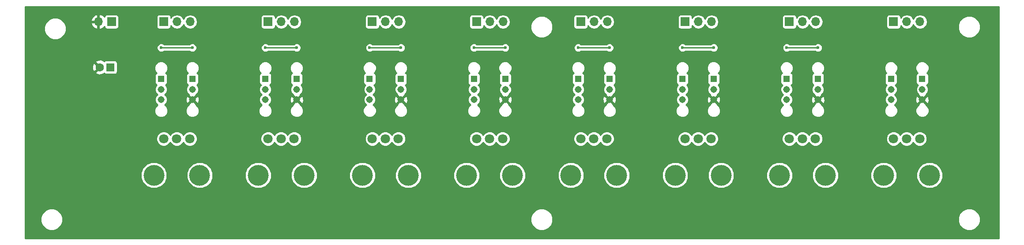
<source format=gbl>
G04 #@! TF.FileFunction,Copper,L2,Bot,Signal*
%FSLAX46Y46*%
G04 Gerber Fmt 4.6, Leading zero omitted, Abs format (unit mm)*
G04 Created by KiCad (PCBNEW 4.0.7) date Monday, 21 May 2018 'PMt' 08:13:31 PM*
%MOMM*%
%LPD*%
G01*
G04 APERTURE LIST*
%ADD10C,0.100000*%
%ADD11R,1.700000X1.700000*%
%ADD12O,1.700000X1.700000*%
%ADD13C,1.800000*%
%ADD14C,4.000000*%
%ADD15R,1.308000X1.308000*%
%ADD16C,1.308000*%
%ADD17R,1.600000X1.600000*%
%ADD18C,1.600000*%
%ADD19C,0.600000*%
%ADD20C,0.250000*%
%ADD21C,0.254000*%
G04 APERTURE END LIST*
D10*
D11*
X37500000Y-100000000D03*
D12*
X34960000Y-100000000D03*
D11*
X47500000Y-100000000D03*
D12*
X50040000Y-100000000D03*
X52580000Y-100000000D03*
D11*
X67500000Y-100000000D03*
D12*
X70040000Y-100000000D03*
X72580000Y-100000000D03*
D11*
X87500000Y-100000000D03*
D12*
X90040000Y-100000000D03*
X92580000Y-100000000D03*
D11*
X107500000Y-100000000D03*
D12*
X110040000Y-100000000D03*
X112580000Y-100000000D03*
D11*
X127500000Y-100000000D03*
D12*
X130040000Y-100000000D03*
X132580000Y-100000000D03*
D11*
X147500000Y-100000000D03*
D12*
X150040000Y-100000000D03*
X152580000Y-100000000D03*
D11*
X167500000Y-100000000D03*
D12*
X170040000Y-100000000D03*
X172580000Y-100000000D03*
D11*
X187500000Y-100000000D03*
D12*
X190040000Y-100000000D03*
X192580000Y-100000000D03*
D13*
X52500000Y-122500000D03*
X50000000Y-122500000D03*
X47500000Y-122500000D03*
D14*
X54400000Y-129500000D03*
X45600000Y-129500000D03*
D13*
X72500000Y-122500000D03*
X70000000Y-122500000D03*
X67500000Y-122500000D03*
D14*
X74400000Y-129500000D03*
X65600000Y-129500000D03*
D13*
X92500000Y-122500000D03*
X90000000Y-122500000D03*
X87500000Y-122500000D03*
D14*
X94400000Y-129500000D03*
X85600000Y-129500000D03*
D13*
X112500000Y-122500000D03*
X110000000Y-122500000D03*
X107500000Y-122500000D03*
D14*
X114400000Y-129500000D03*
X105600000Y-129500000D03*
D13*
X132500000Y-122500000D03*
X130000000Y-122500000D03*
X127500000Y-122500000D03*
D14*
X134400000Y-129500000D03*
X125600000Y-129500000D03*
D13*
X152500000Y-122500000D03*
X150000000Y-122500000D03*
X147500000Y-122500000D03*
D14*
X154400000Y-129500000D03*
X145600000Y-129500000D03*
D13*
X172500000Y-122500000D03*
X170000000Y-122500000D03*
X167500000Y-122500000D03*
D14*
X174400000Y-129500000D03*
X165600000Y-129500000D03*
D13*
X192500000Y-122500000D03*
X190000000Y-122500000D03*
X187500000Y-122500000D03*
D14*
X194400000Y-129500000D03*
X185600000Y-129500000D03*
D15*
X53000000Y-111000000D03*
D16*
X53000000Y-113000000D03*
X53000000Y-115000000D03*
D15*
X47000000Y-111000000D03*
D16*
X47000000Y-113000000D03*
X47000000Y-115000000D03*
D15*
X67000000Y-111000000D03*
D16*
X67000000Y-113000000D03*
X67000000Y-115000000D03*
D15*
X93000000Y-111000000D03*
D16*
X93000000Y-113000000D03*
X93000000Y-115000000D03*
D15*
X113000000Y-111000000D03*
D16*
X113000000Y-113000000D03*
X113000000Y-115000000D03*
D15*
X87000000Y-111000000D03*
D16*
X87000000Y-113000000D03*
X87000000Y-115000000D03*
D15*
X107000000Y-111000000D03*
D16*
X107000000Y-113000000D03*
X107000000Y-115000000D03*
D15*
X133000000Y-111000000D03*
D16*
X133000000Y-113000000D03*
X133000000Y-115000000D03*
D15*
X153000000Y-111000000D03*
D16*
X153000000Y-113000000D03*
X153000000Y-115000000D03*
D15*
X127000000Y-111000000D03*
D16*
X127000000Y-113000000D03*
X127000000Y-115000000D03*
D15*
X147000000Y-111000000D03*
D16*
X147000000Y-113000000D03*
X147000000Y-115000000D03*
D15*
X173000000Y-111000000D03*
D16*
X173000000Y-113000000D03*
X173000000Y-115000000D03*
D15*
X193000000Y-111000000D03*
D16*
X193000000Y-113000000D03*
X193000000Y-115000000D03*
D15*
X167000000Y-111000000D03*
D16*
X167000000Y-113000000D03*
X167000000Y-115000000D03*
D15*
X187000000Y-111000000D03*
D16*
X187000000Y-113000000D03*
X187000000Y-115000000D03*
D15*
X73000000Y-111000000D03*
D16*
X73000000Y-113000000D03*
X73000000Y-115000000D03*
D17*
X37250000Y-108750000D03*
D18*
X35250000Y-108750000D03*
D19*
X167000000Y-105000000D03*
X173000000Y-105000000D03*
X147000000Y-105000000D03*
X153000000Y-105000000D03*
X127000000Y-105000000D03*
X133000000Y-105000000D03*
X107000000Y-105000000D03*
X113000000Y-105000000D03*
X87000000Y-105000000D03*
X93000000Y-105000000D03*
X67000000Y-105000000D03*
X73000000Y-105000000D03*
X47000000Y-105000000D03*
X53000000Y-105000000D03*
D20*
X173000000Y-105000000D02*
X167000000Y-105000000D01*
X153000000Y-105000000D02*
X147000000Y-105000000D01*
X133000000Y-105000000D02*
X127000000Y-105000000D01*
X113000000Y-105000000D02*
X107000000Y-105000000D01*
X93000000Y-105000000D02*
X87000000Y-105000000D01*
X73000000Y-105000000D02*
X67000000Y-105000000D01*
X53000000Y-105000000D02*
X47000000Y-105000000D01*
D21*
G36*
X207703000Y-141663000D02*
X20897000Y-141663000D01*
X20897000Y-138421230D01*
X23872632Y-138421230D01*
X24195766Y-139203274D01*
X24793578Y-139802131D01*
X25575057Y-140126630D01*
X26421230Y-140127368D01*
X27203274Y-139804234D01*
X27802131Y-139206422D01*
X28126630Y-138424943D01*
X28126633Y-138421230D01*
X117872632Y-138421230D01*
X118195766Y-139203274D01*
X118793578Y-139802131D01*
X119575057Y-140126630D01*
X120421230Y-140127368D01*
X121203274Y-139804234D01*
X121802131Y-139206422D01*
X122126630Y-138424943D01*
X122126633Y-138421230D01*
X199872632Y-138421230D01*
X200195766Y-139203274D01*
X200793578Y-139802131D01*
X201575057Y-140126630D01*
X202421230Y-140127368D01*
X203203274Y-139804234D01*
X203802131Y-139206422D01*
X204126630Y-138424943D01*
X204127368Y-137578770D01*
X203804234Y-136796726D01*
X203206422Y-136197869D01*
X202424943Y-135873370D01*
X201578770Y-135872632D01*
X200796726Y-136195766D01*
X200197869Y-136793578D01*
X199873370Y-137575057D01*
X199872632Y-138421230D01*
X122126633Y-138421230D01*
X122127368Y-137578770D01*
X121804234Y-136796726D01*
X121206422Y-136197869D01*
X120424943Y-135873370D01*
X119578770Y-135872632D01*
X118796726Y-136195766D01*
X118197869Y-136793578D01*
X117873370Y-137575057D01*
X117872632Y-138421230D01*
X28126633Y-138421230D01*
X28127368Y-137578770D01*
X27804234Y-136796726D01*
X27206422Y-136197869D01*
X26424943Y-135873370D01*
X25578770Y-135872632D01*
X24796726Y-136195766D01*
X24197869Y-136793578D01*
X23873370Y-137575057D01*
X23872632Y-138421230D01*
X20897000Y-138421230D01*
X20897000Y-130000446D01*
X43072562Y-130000446D01*
X43456464Y-130929561D01*
X44166700Y-131641037D01*
X45095143Y-132026561D01*
X46100446Y-132027438D01*
X47029561Y-131643536D01*
X47741037Y-130933300D01*
X48126561Y-130004857D01*
X48126564Y-130000446D01*
X51872562Y-130000446D01*
X52256464Y-130929561D01*
X52966700Y-131641037D01*
X53895143Y-132026561D01*
X54900446Y-132027438D01*
X55829561Y-131643536D01*
X56541037Y-130933300D01*
X56926561Y-130004857D01*
X56926564Y-130000446D01*
X63072562Y-130000446D01*
X63456464Y-130929561D01*
X64166700Y-131641037D01*
X65095143Y-132026561D01*
X66100446Y-132027438D01*
X67029561Y-131643536D01*
X67741037Y-130933300D01*
X68126561Y-130004857D01*
X68126564Y-130000446D01*
X71872562Y-130000446D01*
X72256464Y-130929561D01*
X72966700Y-131641037D01*
X73895143Y-132026561D01*
X74900446Y-132027438D01*
X75829561Y-131643536D01*
X76541037Y-130933300D01*
X76926561Y-130004857D01*
X76926564Y-130000446D01*
X83072562Y-130000446D01*
X83456464Y-130929561D01*
X84166700Y-131641037D01*
X85095143Y-132026561D01*
X86100446Y-132027438D01*
X87029561Y-131643536D01*
X87741037Y-130933300D01*
X88126561Y-130004857D01*
X88126564Y-130000446D01*
X91872562Y-130000446D01*
X92256464Y-130929561D01*
X92966700Y-131641037D01*
X93895143Y-132026561D01*
X94900446Y-132027438D01*
X95829561Y-131643536D01*
X96541037Y-130933300D01*
X96926561Y-130004857D01*
X96926564Y-130000446D01*
X103072562Y-130000446D01*
X103456464Y-130929561D01*
X104166700Y-131641037D01*
X105095143Y-132026561D01*
X106100446Y-132027438D01*
X107029561Y-131643536D01*
X107741037Y-130933300D01*
X108126561Y-130004857D01*
X108126564Y-130000446D01*
X111872562Y-130000446D01*
X112256464Y-130929561D01*
X112966700Y-131641037D01*
X113895143Y-132026561D01*
X114900446Y-132027438D01*
X115829561Y-131643536D01*
X116541037Y-130933300D01*
X116926561Y-130004857D01*
X116926564Y-130000446D01*
X123072562Y-130000446D01*
X123456464Y-130929561D01*
X124166700Y-131641037D01*
X125095143Y-132026561D01*
X126100446Y-132027438D01*
X127029561Y-131643536D01*
X127741037Y-130933300D01*
X128126561Y-130004857D01*
X128126564Y-130000446D01*
X131872562Y-130000446D01*
X132256464Y-130929561D01*
X132966700Y-131641037D01*
X133895143Y-132026561D01*
X134900446Y-132027438D01*
X135829561Y-131643536D01*
X136541037Y-130933300D01*
X136926561Y-130004857D01*
X136926564Y-130000446D01*
X143072562Y-130000446D01*
X143456464Y-130929561D01*
X144166700Y-131641037D01*
X145095143Y-132026561D01*
X146100446Y-132027438D01*
X147029561Y-131643536D01*
X147741037Y-130933300D01*
X148126561Y-130004857D01*
X148126564Y-130000446D01*
X151872562Y-130000446D01*
X152256464Y-130929561D01*
X152966700Y-131641037D01*
X153895143Y-132026561D01*
X154900446Y-132027438D01*
X155829561Y-131643536D01*
X156541037Y-130933300D01*
X156926561Y-130004857D01*
X156926564Y-130000446D01*
X163072562Y-130000446D01*
X163456464Y-130929561D01*
X164166700Y-131641037D01*
X165095143Y-132026561D01*
X166100446Y-132027438D01*
X167029561Y-131643536D01*
X167741037Y-130933300D01*
X168126561Y-130004857D01*
X168126564Y-130000446D01*
X171872562Y-130000446D01*
X172256464Y-130929561D01*
X172966700Y-131641037D01*
X173895143Y-132026561D01*
X174900446Y-132027438D01*
X175829561Y-131643536D01*
X176541037Y-130933300D01*
X176926561Y-130004857D01*
X176926564Y-130000446D01*
X183072562Y-130000446D01*
X183456464Y-130929561D01*
X184166700Y-131641037D01*
X185095143Y-132026561D01*
X186100446Y-132027438D01*
X187029561Y-131643536D01*
X187741037Y-130933300D01*
X188126561Y-130004857D01*
X188126564Y-130000446D01*
X191872562Y-130000446D01*
X192256464Y-130929561D01*
X192966700Y-131641037D01*
X193895143Y-132026561D01*
X194900446Y-132027438D01*
X195829561Y-131643536D01*
X196541037Y-130933300D01*
X196926561Y-130004857D01*
X196927438Y-128999554D01*
X196543536Y-128070439D01*
X195833300Y-127358963D01*
X194904857Y-126973439D01*
X193899554Y-126972562D01*
X192970439Y-127356464D01*
X192258963Y-128066700D01*
X191873439Y-128995143D01*
X191872562Y-130000446D01*
X188126564Y-130000446D01*
X188127438Y-128999554D01*
X187743536Y-128070439D01*
X187033300Y-127358963D01*
X186104857Y-126973439D01*
X185099554Y-126972562D01*
X184170439Y-127356464D01*
X183458963Y-128066700D01*
X183073439Y-128995143D01*
X183072562Y-130000446D01*
X176926564Y-130000446D01*
X176927438Y-128999554D01*
X176543536Y-128070439D01*
X175833300Y-127358963D01*
X174904857Y-126973439D01*
X173899554Y-126972562D01*
X172970439Y-127356464D01*
X172258963Y-128066700D01*
X171873439Y-128995143D01*
X171872562Y-130000446D01*
X168126564Y-130000446D01*
X168127438Y-128999554D01*
X167743536Y-128070439D01*
X167033300Y-127358963D01*
X166104857Y-126973439D01*
X165099554Y-126972562D01*
X164170439Y-127356464D01*
X163458963Y-128066700D01*
X163073439Y-128995143D01*
X163072562Y-130000446D01*
X156926564Y-130000446D01*
X156927438Y-128999554D01*
X156543536Y-128070439D01*
X155833300Y-127358963D01*
X154904857Y-126973439D01*
X153899554Y-126972562D01*
X152970439Y-127356464D01*
X152258963Y-128066700D01*
X151873439Y-128995143D01*
X151872562Y-130000446D01*
X148126564Y-130000446D01*
X148127438Y-128999554D01*
X147743536Y-128070439D01*
X147033300Y-127358963D01*
X146104857Y-126973439D01*
X145099554Y-126972562D01*
X144170439Y-127356464D01*
X143458963Y-128066700D01*
X143073439Y-128995143D01*
X143072562Y-130000446D01*
X136926564Y-130000446D01*
X136927438Y-128999554D01*
X136543536Y-128070439D01*
X135833300Y-127358963D01*
X134904857Y-126973439D01*
X133899554Y-126972562D01*
X132970439Y-127356464D01*
X132258963Y-128066700D01*
X131873439Y-128995143D01*
X131872562Y-130000446D01*
X128126564Y-130000446D01*
X128127438Y-128999554D01*
X127743536Y-128070439D01*
X127033300Y-127358963D01*
X126104857Y-126973439D01*
X125099554Y-126972562D01*
X124170439Y-127356464D01*
X123458963Y-128066700D01*
X123073439Y-128995143D01*
X123072562Y-130000446D01*
X116926564Y-130000446D01*
X116927438Y-128999554D01*
X116543536Y-128070439D01*
X115833300Y-127358963D01*
X114904857Y-126973439D01*
X113899554Y-126972562D01*
X112970439Y-127356464D01*
X112258963Y-128066700D01*
X111873439Y-128995143D01*
X111872562Y-130000446D01*
X108126564Y-130000446D01*
X108127438Y-128999554D01*
X107743536Y-128070439D01*
X107033300Y-127358963D01*
X106104857Y-126973439D01*
X105099554Y-126972562D01*
X104170439Y-127356464D01*
X103458963Y-128066700D01*
X103073439Y-128995143D01*
X103072562Y-130000446D01*
X96926564Y-130000446D01*
X96927438Y-128999554D01*
X96543536Y-128070439D01*
X95833300Y-127358963D01*
X94904857Y-126973439D01*
X93899554Y-126972562D01*
X92970439Y-127356464D01*
X92258963Y-128066700D01*
X91873439Y-128995143D01*
X91872562Y-130000446D01*
X88126564Y-130000446D01*
X88127438Y-128999554D01*
X87743536Y-128070439D01*
X87033300Y-127358963D01*
X86104857Y-126973439D01*
X85099554Y-126972562D01*
X84170439Y-127356464D01*
X83458963Y-128066700D01*
X83073439Y-128995143D01*
X83072562Y-130000446D01*
X76926564Y-130000446D01*
X76927438Y-128999554D01*
X76543536Y-128070439D01*
X75833300Y-127358963D01*
X74904857Y-126973439D01*
X73899554Y-126972562D01*
X72970439Y-127356464D01*
X72258963Y-128066700D01*
X71873439Y-128995143D01*
X71872562Y-130000446D01*
X68126564Y-130000446D01*
X68127438Y-128999554D01*
X67743536Y-128070439D01*
X67033300Y-127358963D01*
X66104857Y-126973439D01*
X65099554Y-126972562D01*
X64170439Y-127356464D01*
X63458963Y-128066700D01*
X63073439Y-128995143D01*
X63072562Y-130000446D01*
X56926564Y-130000446D01*
X56927438Y-128999554D01*
X56543536Y-128070439D01*
X55833300Y-127358963D01*
X54904857Y-126973439D01*
X53899554Y-126972562D01*
X52970439Y-127356464D01*
X52258963Y-128066700D01*
X51873439Y-128995143D01*
X51872562Y-130000446D01*
X48126564Y-130000446D01*
X48127438Y-128999554D01*
X47743536Y-128070439D01*
X47033300Y-127358963D01*
X46104857Y-126973439D01*
X45099554Y-126972562D01*
X44170439Y-127356464D01*
X43458963Y-128066700D01*
X43073439Y-128995143D01*
X43072562Y-130000446D01*
X20897000Y-130000446D01*
X20897000Y-122782603D01*
X46072752Y-122782603D01*
X46289543Y-123307275D01*
X46690614Y-123709047D01*
X47214907Y-123926752D01*
X47782603Y-123927248D01*
X48307275Y-123710457D01*
X48709047Y-123309386D01*
X48749831Y-123211166D01*
X48789543Y-123307275D01*
X49190614Y-123709047D01*
X49714907Y-123926752D01*
X50282603Y-123927248D01*
X50807275Y-123710457D01*
X51209047Y-123309386D01*
X51249831Y-123211166D01*
X51289543Y-123307275D01*
X51690614Y-123709047D01*
X52214907Y-123926752D01*
X52782603Y-123927248D01*
X53307275Y-123710457D01*
X53709047Y-123309386D01*
X53926752Y-122785093D01*
X53926754Y-122782603D01*
X66072752Y-122782603D01*
X66289543Y-123307275D01*
X66690614Y-123709047D01*
X67214907Y-123926752D01*
X67782603Y-123927248D01*
X68307275Y-123710457D01*
X68709047Y-123309386D01*
X68749831Y-123211166D01*
X68789543Y-123307275D01*
X69190614Y-123709047D01*
X69714907Y-123926752D01*
X70282603Y-123927248D01*
X70807275Y-123710457D01*
X71209047Y-123309386D01*
X71249831Y-123211166D01*
X71289543Y-123307275D01*
X71690614Y-123709047D01*
X72214907Y-123926752D01*
X72782603Y-123927248D01*
X73307275Y-123710457D01*
X73709047Y-123309386D01*
X73926752Y-122785093D01*
X73926754Y-122782603D01*
X86072752Y-122782603D01*
X86289543Y-123307275D01*
X86690614Y-123709047D01*
X87214907Y-123926752D01*
X87782603Y-123927248D01*
X88307275Y-123710457D01*
X88709047Y-123309386D01*
X88749831Y-123211166D01*
X88789543Y-123307275D01*
X89190614Y-123709047D01*
X89714907Y-123926752D01*
X90282603Y-123927248D01*
X90807275Y-123710457D01*
X91209047Y-123309386D01*
X91249831Y-123211166D01*
X91289543Y-123307275D01*
X91690614Y-123709047D01*
X92214907Y-123926752D01*
X92782603Y-123927248D01*
X93307275Y-123710457D01*
X93709047Y-123309386D01*
X93926752Y-122785093D01*
X93926754Y-122782603D01*
X106072752Y-122782603D01*
X106289543Y-123307275D01*
X106690614Y-123709047D01*
X107214907Y-123926752D01*
X107782603Y-123927248D01*
X108307275Y-123710457D01*
X108709047Y-123309386D01*
X108749831Y-123211166D01*
X108789543Y-123307275D01*
X109190614Y-123709047D01*
X109714907Y-123926752D01*
X110282603Y-123927248D01*
X110807275Y-123710457D01*
X111209047Y-123309386D01*
X111249831Y-123211166D01*
X111289543Y-123307275D01*
X111690614Y-123709047D01*
X112214907Y-123926752D01*
X112782603Y-123927248D01*
X113307275Y-123710457D01*
X113709047Y-123309386D01*
X113926752Y-122785093D01*
X113926754Y-122782603D01*
X126072752Y-122782603D01*
X126289543Y-123307275D01*
X126690614Y-123709047D01*
X127214907Y-123926752D01*
X127782603Y-123927248D01*
X128307275Y-123710457D01*
X128709047Y-123309386D01*
X128749831Y-123211166D01*
X128789543Y-123307275D01*
X129190614Y-123709047D01*
X129714907Y-123926752D01*
X130282603Y-123927248D01*
X130807275Y-123710457D01*
X131209047Y-123309386D01*
X131249831Y-123211166D01*
X131289543Y-123307275D01*
X131690614Y-123709047D01*
X132214907Y-123926752D01*
X132782603Y-123927248D01*
X133307275Y-123710457D01*
X133709047Y-123309386D01*
X133926752Y-122785093D01*
X133926754Y-122782603D01*
X146072752Y-122782603D01*
X146289543Y-123307275D01*
X146690614Y-123709047D01*
X147214907Y-123926752D01*
X147782603Y-123927248D01*
X148307275Y-123710457D01*
X148709047Y-123309386D01*
X148749831Y-123211166D01*
X148789543Y-123307275D01*
X149190614Y-123709047D01*
X149714907Y-123926752D01*
X150282603Y-123927248D01*
X150807275Y-123710457D01*
X151209047Y-123309386D01*
X151249831Y-123211166D01*
X151289543Y-123307275D01*
X151690614Y-123709047D01*
X152214907Y-123926752D01*
X152782603Y-123927248D01*
X153307275Y-123710457D01*
X153709047Y-123309386D01*
X153926752Y-122785093D01*
X153926754Y-122782603D01*
X166072752Y-122782603D01*
X166289543Y-123307275D01*
X166690614Y-123709047D01*
X167214907Y-123926752D01*
X167782603Y-123927248D01*
X168307275Y-123710457D01*
X168709047Y-123309386D01*
X168749831Y-123211166D01*
X168789543Y-123307275D01*
X169190614Y-123709047D01*
X169714907Y-123926752D01*
X170282603Y-123927248D01*
X170807275Y-123710457D01*
X171209047Y-123309386D01*
X171249831Y-123211166D01*
X171289543Y-123307275D01*
X171690614Y-123709047D01*
X172214907Y-123926752D01*
X172782603Y-123927248D01*
X173307275Y-123710457D01*
X173709047Y-123309386D01*
X173926752Y-122785093D01*
X173926754Y-122782603D01*
X186072752Y-122782603D01*
X186289543Y-123307275D01*
X186690614Y-123709047D01*
X187214907Y-123926752D01*
X187782603Y-123927248D01*
X188307275Y-123710457D01*
X188709047Y-123309386D01*
X188749831Y-123211166D01*
X188789543Y-123307275D01*
X189190614Y-123709047D01*
X189714907Y-123926752D01*
X190282603Y-123927248D01*
X190807275Y-123710457D01*
X191209047Y-123309386D01*
X191249831Y-123211166D01*
X191289543Y-123307275D01*
X191690614Y-123709047D01*
X192214907Y-123926752D01*
X192782603Y-123927248D01*
X193307275Y-123710457D01*
X193709047Y-123309386D01*
X193926752Y-122785093D01*
X193927248Y-122217397D01*
X193710457Y-121692725D01*
X193309386Y-121290953D01*
X192785093Y-121073248D01*
X192217397Y-121072752D01*
X191692725Y-121289543D01*
X191290953Y-121690614D01*
X191250169Y-121788834D01*
X191210457Y-121692725D01*
X190809386Y-121290953D01*
X190285093Y-121073248D01*
X189717397Y-121072752D01*
X189192725Y-121289543D01*
X188790953Y-121690614D01*
X188750169Y-121788834D01*
X188710457Y-121692725D01*
X188309386Y-121290953D01*
X187785093Y-121073248D01*
X187217397Y-121072752D01*
X186692725Y-121289543D01*
X186290953Y-121690614D01*
X186073248Y-122214907D01*
X186072752Y-122782603D01*
X173926754Y-122782603D01*
X173927248Y-122217397D01*
X173710457Y-121692725D01*
X173309386Y-121290953D01*
X172785093Y-121073248D01*
X172217397Y-121072752D01*
X171692725Y-121289543D01*
X171290953Y-121690614D01*
X171250169Y-121788834D01*
X171210457Y-121692725D01*
X170809386Y-121290953D01*
X170285093Y-121073248D01*
X169717397Y-121072752D01*
X169192725Y-121289543D01*
X168790953Y-121690614D01*
X168750169Y-121788834D01*
X168710457Y-121692725D01*
X168309386Y-121290953D01*
X167785093Y-121073248D01*
X167217397Y-121072752D01*
X166692725Y-121289543D01*
X166290953Y-121690614D01*
X166073248Y-122214907D01*
X166072752Y-122782603D01*
X153926754Y-122782603D01*
X153927248Y-122217397D01*
X153710457Y-121692725D01*
X153309386Y-121290953D01*
X152785093Y-121073248D01*
X152217397Y-121072752D01*
X151692725Y-121289543D01*
X151290953Y-121690614D01*
X151250169Y-121788834D01*
X151210457Y-121692725D01*
X150809386Y-121290953D01*
X150285093Y-121073248D01*
X149717397Y-121072752D01*
X149192725Y-121289543D01*
X148790953Y-121690614D01*
X148750169Y-121788834D01*
X148710457Y-121692725D01*
X148309386Y-121290953D01*
X147785093Y-121073248D01*
X147217397Y-121072752D01*
X146692725Y-121289543D01*
X146290953Y-121690614D01*
X146073248Y-122214907D01*
X146072752Y-122782603D01*
X133926754Y-122782603D01*
X133927248Y-122217397D01*
X133710457Y-121692725D01*
X133309386Y-121290953D01*
X132785093Y-121073248D01*
X132217397Y-121072752D01*
X131692725Y-121289543D01*
X131290953Y-121690614D01*
X131250169Y-121788834D01*
X131210457Y-121692725D01*
X130809386Y-121290953D01*
X130285093Y-121073248D01*
X129717397Y-121072752D01*
X129192725Y-121289543D01*
X128790953Y-121690614D01*
X128750169Y-121788834D01*
X128710457Y-121692725D01*
X128309386Y-121290953D01*
X127785093Y-121073248D01*
X127217397Y-121072752D01*
X126692725Y-121289543D01*
X126290953Y-121690614D01*
X126073248Y-122214907D01*
X126072752Y-122782603D01*
X113926754Y-122782603D01*
X113927248Y-122217397D01*
X113710457Y-121692725D01*
X113309386Y-121290953D01*
X112785093Y-121073248D01*
X112217397Y-121072752D01*
X111692725Y-121289543D01*
X111290953Y-121690614D01*
X111250169Y-121788834D01*
X111210457Y-121692725D01*
X110809386Y-121290953D01*
X110285093Y-121073248D01*
X109717397Y-121072752D01*
X109192725Y-121289543D01*
X108790953Y-121690614D01*
X108750169Y-121788834D01*
X108710457Y-121692725D01*
X108309386Y-121290953D01*
X107785093Y-121073248D01*
X107217397Y-121072752D01*
X106692725Y-121289543D01*
X106290953Y-121690614D01*
X106073248Y-122214907D01*
X106072752Y-122782603D01*
X93926754Y-122782603D01*
X93927248Y-122217397D01*
X93710457Y-121692725D01*
X93309386Y-121290953D01*
X92785093Y-121073248D01*
X92217397Y-121072752D01*
X91692725Y-121289543D01*
X91290953Y-121690614D01*
X91250169Y-121788834D01*
X91210457Y-121692725D01*
X90809386Y-121290953D01*
X90285093Y-121073248D01*
X89717397Y-121072752D01*
X89192725Y-121289543D01*
X88790953Y-121690614D01*
X88750169Y-121788834D01*
X88710457Y-121692725D01*
X88309386Y-121290953D01*
X87785093Y-121073248D01*
X87217397Y-121072752D01*
X86692725Y-121289543D01*
X86290953Y-121690614D01*
X86073248Y-122214907D01*
X86072752Y-122782603D01*
X73926754Y-122782603D01*
X73927248Y-122217397D01*
X73710457Y-121692725D01*
X73309386Y-121290953D01*
X72785093Y-121073248D01*
X72217397Y-121072752D01*
X71692725Y-121289543D01*
X71290953Y-121690614D01*
X71250169Y-121788834D01*
X71210457Y-121692725D01*
X70809386Y-121290953D01*
X70285093Y-121073248D01*
X69717397Y-121072752D01*
X69192725Y-121289543D01*
X68790953Y-121690614D01*
X68750169Y-121788834D01*
X68710457Y-121692725D01*
X68309386Y-121290953D01*
X67785093Y-121073248D01*
X67217397Y-121072752D01*
X66692725Y-121289543D01*
X66290953Y-121690614D01*
X66073248Y-122214907D01*
X66072752Y-122782603D01*
X53926754Y-122782603D01*
X53927248Y-122217397D01*
X53710457Y-121692725D01*
X53309386Y-121290953D01*
X52785093Y-121073248D01*
X52217397Y-121072752D01*
X51692725Y-121289543D01*
X51290953Y-121690614D01*
X51250169Y-121788834D01*
X51210457Y-121692725D01*
X50809386Y-121290953D01*
X50285093Y-121073248D01*
X49717397Y-121072752D01*
X49192725Y-121289543D01*
X48790953Y-121690614D01*
X48750169Y-121788834D01*
X48710457Y-121692725D01*
X48309386Y-121290953D01*
X47785093Y-121073248D01*
X47217397Y-121072752D01*
X46692725Y-121289543D01*
X46290953Y-121690614D01*
X46073248Y-122214907D01*
X46072752Y-122782603D01*
X20897000Y-122782603D01*
X20897000Y-108533223D01*
X33803035Y-108533223D01*
X33830222Y-109103454D01*
X33996136Y-109504005D01*
X34242255Y-109578139D01*
X35070395Y-108750000D01*
X34242255Y-107921861D01*
X33996136Y-107995995D01*
X33803035Y-108533223D01*
X20897000Y-108533223D01*
X20897000Y-107742255D01*
X34421861Y-107742255D01*
X35250000Y-108570395D01*
X35264143Y-108556253D01*
X35443748Y-108735858D01*
X35429605Y-108750000D01*
X35443748Y-108764142D01*
X35264142Y-108943748D01*
X35250000Y-108929605D01*
X34421861Y-109757745D01*
X34495995Y-110003864D01*
X35033223Y-110196965D01*
X35603454Y-110169778D01*
X36004005Y-110003864D01*
X36039653Y-109885515D01*
X36064842Y-109924660D01*
X36240951Y-110044990D01*
X36450000Y-110087324D01*
X38050000Y-110087324D01*
X38245294Y-110050577D01*
X38424660Y-109935158D01*
X38544990Y-109759049D01*
X38587324Y-109550000D01*
X38587324Y-109152897D01*
X45722779Y-109152897D01*
X45916781Y-109622417D01*
X46143820Y-109849854D01*
X45971340Y-109960842D01*
X45851010Y-110136951D01*
X45808676Y-110346000D01*
X45808676Y-111654000D01*
X45845423Y-111849294D01*
X45960842Y-112028660D01*
X46136951Y-112148990D01*
X46173447Y-112156381D01*
X45999381Y-112330144D01*
X45819206Y-112764054D01*
X45818796Y-113233885D01*
X45998213Y-113668109D01*
X46329813Y-114000287D01*
X45999381Y-114330144D01*
X45819206Y-114764054D01*
X45818796Y-115233885D01*
X45998213Y-115668109D01*
X46326217Y-115996686D01*
X46277583Y-116016781D01*
X45918043Y-116375693D01*
X45723222Y-116844875D01*
X45722779Y-117352897D01*
X45916781Y-117822417D01*
X46275693Y-118181957D01*
X46744875Y-118376778D01*
X47252897Y-118377221D01*
X47722417Y-118183219D01*
X48081957Y-117824307D01*
X48276778Y-117355125D01*
X48276779Y-117352897D01*
X51722779Y-117352897D01*
X51916781Y-117822417D01*
X52275693Y-118181957D01*
X52744875Y-118376778D01*
X53252897Y-118377221D01*
X53722417Y-118183219D01*
X54081957Y-117824307D01*
X54276778Y-117355125D01*
X54277221Y-116847103D01*
X54083219Y-116377583D01*
X53724307Y-116018043D01*
X53696847Y-116006640D01*
X53722312Y-115901917D01*
X53000000Y-115179605D01*
X52277688Y-115901917D01*
X52303059Y-116006254D01*
X52277583Y-116016781D01*
X51918043Y-116375693D01*
X51723222Y-116844875D01*
X51722779Y-117352897D01*
X48276779Y-117352897D01*
X48277221Y-116847103D01*
X48083219Y-116377583D01*
X47724307Y-116018043D01*
X47673117Y-115996787D01*
X48000619Y-115669856D01*
X48180794Y-115235946D01*
X48181158Y-114818121D01*
X51698393Y-114818121D01*
X51727870Y-115330069D01*
X51867074Y-115666138D01*
X52098083Y-115722312D01*
X52820395Y-115000000D01*
X53179605Y-115000000D01*
X53901917Y-115722312D01*
X54132926Y-115666138D01*
X54301607Y-115181879D01*
X54272130Y-114669931D01*
X54132926Y-114333862D01*
X53901917Y-114277688D01*
X53179605Y-115000000D01*
X52820395Y-115000000D01*
X52098083Y-114277688D01*
X51867074Y-114333862D01*
X51698393Y-114818121D01*
X48181158Y-114818121D01*
X48181204Y-114766115D01*
X48001787Y-114331891D01*
X47670187Y-113999713D01*
X48000619Y-113669856D01*
X48180794Y-113235946D01*
X48181204Y-112766115D01*
X48001787Y-112331891D01*
X47828658Y-112158460D01*
X47849294Y-112154577D01*
X48028660Y-112039158D01*
X48148990Y-111863049D01*
X48191324Y-111654000D01*
X48191324Y-110346000D01*
X48154577Y-110150706D01*
X48039158Y-109971340D01*
X47863049Y-109851010D01*
X47856239Y-109849631D01*
X48081957Y-109624307D01*
X48276778Y-109155125D01*
X48276779Y-109152897D01*
X51722779Y-109152897D01*
X51916781Y-109622417D01*
X52143820Y-109849854D01*
X51971340Y-109960842D01*
X51851010Y-110136951D01*
X51808676Y-110346000D01*
X51808676Y-111654000D01*
X51845423Y-111849294D01*
X51960842Y-112028660D01*
X52136951Y-112148990D01*
X52173447Y-112156381D01*
X51999381Y-112330144D01*
X51819206Y-112764054D01*
X51818796Y-113233885D01*
X51998213Y-113668109D01*
X52307021Y-113977455D01*
X52277688Y-114098083D01*
X53000000Y-114820395D01*
X53722312Y-114098083D01*
X53692882Y-113977057D01*
X54000619Y-113669856D01*
X54180794Y-113235946D01*
X54181204Y-112766115D01*
X54001787Y-112331891D01*
X53828658Y-112158460D01*
X53849294Y-112154577D01*
X54028660Y-112039158D01*
X54148990Y-111863049D01*
X54191324Y-111654000D01*
X54191324Y-110346000D01*
X54154577Y-110150706D01*
X54039158Y-109971340D01*
X53863049Y-109851010D01*
X53856239Y-109849631D01*
X54081957Y-109624307D01*
X54276778Y-109155125D01*
X54276779Y-109152897D01*
X65722779Y-109152897D01*
X65916781Y-109622417D01*
X66143820Y-109849854D01*
X65971340Y-109960842D01*
X65851010Y-110136951D01*
X65808676Y-110346000D01*
X65808676Y-111654000D01*
X65845423Y-111849294D01*
X65960842Y-112028660D01*
X66136951Y-112148990D01*
X66173447Y-112156381D01*
X65999381Y-112330144D01*
X65819206Y-112764054D01*
X65818796Y-113233885D01*
X65998213Y-113668109D01*
X66329813Y-114000287D01*
X65999381Y-114330144D01*
X65819206Y-114764054D01*
X65818796Y-115233885D01*
X65998213Y-115668109D01*
X66326217Y-115996686D01*
X66277583Y-116016781D01*
X65918043Y-116375693D01*
X65723222Y-116844875D01*
X65722779Y-117352897D01*
X65916781Y-117822417D01*
X66275693Y-118181957D01*
X66744875Y-118376778D01*
X67252897Y-118377221D01*
X67722417Y-118183219D01*
X68081957Y-117824307D01*
X68276778Y-117355125D01*
X68276779Y-117352897D01*
X71722779Y-117352897D01*
X71916781Y-117822417D01*
X72275693Y-118181957D01*
X72744875Y-118376778D01*
X73252897Y-118377221D01*
X73722417Y-118183219D01*
X74081957Y-117824307D01*
X74276778Y-117355125D01*
X74277221Y-116847103D01*
X74083219Y-116377583D01*
X73724307Y-116018043D01*
X73696847Y-116006640D01*
X73722312Y-115901917D01*
X73000000Y-115179605D01*
X72277688Y-115901917D01*
X72303059Y-116006254D01*
X72277583Y-116016781D01*
X71918043Y-116375693D01*
X71723222Y-116844875D01*
X71722779Y-117352897D01*
X68276779Y-117352897D01*
X68277221Y-116847103D01*
X68083219Y-116377583D01*
X67724307Y-116018043D01*
X67673117Y-115996787D01*
X68000619Y-115669856D01*
X68180794Y-115235946D01*
X68181158Y-114818121D01*
X71698393Y-114818121D01*
X71727870Y-115330069D01*
X71867074Y-115666138D01*
X72098083Y-115722312D01*
X72820395Y-115000000D01*
X73179605Y-115000000D01*
X73901917Y-115722312D01*
X74132926Y-115666138D01*
X74301607Y-115181879D01*
X74272130Y-114669931D01*
X74132926Y-114333862D01*
X73901917Y-114277688D01*
X73179605Y-115000000D01*
X72820395Y-115000000D01*
X72098083Y-114277688D01*
X71867074Y-114333862D01*
X71698393Y-114818121D01*
X68181158Y-114818121D01*
X68181204Y-114766115D01*
X68001787Y-114331891D01*
X67670187Y-113999713D01*
X68000619Y-113669856D01*
X68180794Y-113235946D01*
X68181204Y-112766115D01*
X68001787Y-112331891D01*
X67828658Y-112158460D01*
X67849294Y-112154577D01*
X68028660Y-112039158D01*
X68148990Y-111863049D01*
X68191324Y-111654000D01*
X68191324Y-110346000D01*
X68154577Y-110150706D01*
X68039158Y-109971340D01*
X67863049Y-109851010D01*
X67856239Y-109849631D01*
X68081957Y-109624307D01*
X68276778Y-109155125D01*
X68276779Y-109152897D01*
X71722779Y-109152897D01*
X71916781Y-109622417D01*
X72143820Y-109849854D01*
X71971340Y-109960842D01*
X71851010Y-110136951D01*
X71808676Y-110346000D01*
X71808676Y-111654000D01*
X71845423Y-111849294D01*
X71960842Y-112028660D01*
X72136951Y-112148990D01*
X72173447Y-112156381D01*
X71999381Y-112330144D01*
X71819206Y-112764054D01*
X71818796Y-113233885D01*
X71998213Y-113668109D01*
X72307021Y-113977455D01*
X72277688Y-114098083D01*
X73000000Y-114820395D01*
X73722312Y-114098083D01*
X73692882Y-113977057D01*
X74000619Y-113669856D01*
X74180794Y-113235946D01*
X74181204Y-112766115D01*
X74001787Y-112331891D01*
X73828658Y-112158460D01*
X73849294Y-112154577D01*
X74028660Y-112039158D01*
X74148990Y-111863049D01*
X74191324Y-111654000D01*
X74191324Y-110346000D01*
X74154577Y-110150706D01*
X74039158Y-109971340D01*
X73863049Y-109851010D01*
X73856239Y-109849631D01*
X74081957Y-109624307D01*
X74276778Y-109155125D01*
X74276779Y-109152897D01*
X85722779Y-109152897D01*
X85916781Y-109622417D01*
X86143820Y-109849854D01*
X85971340Y-109960842D01*
X85851010Y-110136951D01*
X85808676Y-110346000D01*
X85808676Y-111654000D01*
X85845423Y-111849294D01*
X85960842Y-112028660D01*
X86136951Y-112148990D01*
X86173447Y-112156381D01*
X85999381Y-112330144D01*
X85819206Y-112764054D01*
X85818796Y-113233885D01*
X85998213Y-113668109D01*
X86329813Y-114000287D01*
X85999381Y-114330144D01*
X85819206Y-114764054D01*
X85818796Y-115233885D01*
X85998213Y-115668109D01*
X86326217Y-115996686D01*
X86277583Y-116016781D01*
X85918043Y-116375693D01*
X85723222Y-116844875D01*
X85722779Y-117352897D01*
X85916781Y-117822417D01*
X86275693Y-118181957D01*
X86744875Y-118376778D01*
X87252897Y-118377221D01*
X87722417Y-118183219D01*
X88081957Y-117824307D01*
X88276778Y-117355125D01*
X88276779Y-117352897D01*
X91722779Y-117352897D01*
X91916781Y-117822417D01*
X92275693Y-118181957D01*
X92744875Y-118376778D01*
X93252897Y-118377221D01*
X93722417Y-118183219D01*
X94081957Y-117824307D01*
X94276778Y-117355125D01*
X94277221Y-116847103D01*
X94083219Y-116377583D01*
X93724307Y-116018043D01*
X93696847Y-116006640D01*
X93722312Y-115901917D01*
X93000000Y-115179605D01*
X92277688Y-115901917D01*
X92303059Y-116006254D01*
X92277583Y-116016781D01*
X91918043Y-116375693D01*
X91723222Y-116844875D01*
X91722779Y-117352897D01*
X88276779Y-117352897D01*
X88277221Y-116847103D01*
X88083219Y-116377583D01*
X87724307Y-116018043D01*
X87673117Y-115996787D01*
X88000619Y-115669856D01*
X88180794Y-115235946D01*
X88181158Y-114818121D01*
X91698393Y-114818121D01*
X91727870Y-115330069D01*
X91867074Y-115666138D01*
X92098083Y-115722312D01*
X92820395Y-115000000D01*
X93179605Y-115000000D01*
X93901917Y-115722312D01*
X94132926Y-115666138D01*
X94301607Y-115181879D01*
X94272130Y-114669931D01*
X94132926Y-114333862D01*
X93901917Y-114277688D01*
X93179605Y-115000000D01*
X92820395Y-115000000D01*
X92098083Y-114277688D01*
X91867074Y-114333862D01*
X91698393Y-114818121D01*
X88181158Y-114818121D01*
X88181204Y-114766115D01*
X88001787Y-114331891D01*
X87670187Y-113999713D01*
X88000619Y-113669856D01*
X88180794Y-113235946D01*
X88181204Y-112766115D01*
X88001787Y-112331891D01*
X87828658Y-112158460D01*
X87849294Y-112154577D01*
X88028660Y-112039158D01*
X88148990Y-111863049D01*
X88191324Y-111654000D01*
X88191324Y-110346000D01*
X88154577Y-110150706D01*
X88039158Y-109971340D01*
X87863049Y-109851010D01*
X87856239Y-109849631D01*
X88081957Y-109624307D01*
X88276778Y-109155125D01*
X88276779Y-109152897D01*
X91722779Y-109152897D01*
X91916781Y-109622417D01*
X92143820Y-109849854D01*
X91971340Y-109960842D01*
X91851010Y-110136951D01*
X91808676Y-110346000D01*
X91808676Y-111654000D01*
X91845423Y-111849294D01*
X91960842Y-112028660D01*
X92136951Y-112148990D01*
X92173447Y-112156381D01*
X91999381Y-112330144D01*
X91819206Y-112764054D01*
X91818796Y-113233885D01*
X91998213Y-113668109D01*
X92307021Y-113977455D01*
X92277688Y-114098083D01*
X93000000Y-114820395D01*
X93722312Y-114098083D01*
X93692882Y-113977057D01*
X94000619Y-113669856D01*
X94180794Y-113235946D01*
X94181204Y-112766115D01*
X94001787Y-112331891D01*
X93828658Y-112158460D01*
X93849294Y-112154577D01*
X94028660Y-112039158D01*
X94148990Y-111863049D01*
X94191324Y-111654000D01*
X94191324Y-110346000D01*
X94154577Y-110150706D01*
X94039158Y-109971340D01*
X93863049Y-109851010D01*
X93856239Y-109849631D01*
X94081957Y-109624307D01*
X94276778Y-109155125D01*
X94276779Y-109152897D01*
X105722779Y-109152897D01*
X105916781Y-109622417D01*
X106143820Y-109849854D01*
X105971340Y-109960842D01*
X105851010Y-110136951D01*
X105808676Y-110346000D01*
X105808676Y-111654000D01*
X105845423Y-111849294D01*
X105960842Y-112028660D01*
X106136951Y-112148990D01*
X106173447Y-112156381D01*
X105999381Y-112330144D01*
X105819206Y-112764054D01*
X105818796Y-113233885D01*
X105998213Y-113668109D01*
X106329813Y-114000287D01*
X105999381Y-114330144D01*
X105819206Y-114764054D01*
X105818796Y-115233885D01*
X105998213Y-115668109D01*
X106326217Y-115996686D01*
X106277583Y-116016781D01*
X105918043Y-116375693D01*
X105723222Y-116844875D01*
X105722779Y-117352897D01*
X105916781Y-117822417D01*
X106275693Y-118181957D01*
X106744875Y-118376778D01*
X107252897Y-118377221D01*
X107722417Y-118183219D01*
X108081957Y-117824307D01*
X108276778Y-117355125D01*
X108276779Y-117352897D01*
X111722779Y-117352897D01*
X111916781Y-117822417D01*
X112275693Y-118181957D01*
X112744875Y-118376778D01*
X113252897Y-118377221D01*
X113722417Y-118183219D01*
X114081957Y-117824307D01*
X114276778Y-117355125D01*
X114277221Y-116847103D01*
X114083219Y-116377583D01*
X113724307Y-116018043D01*
X113696847Y-116006640D01*
X113722312Y-115901917D01*
X113000000Y-115179605D01*
X112277688Y-115901917D01*
X112303059Y-116006254D01*
X112277583Y-116016781D01*
X111918043Y-116375693D01*
X111723222Y-116844875D01*
X111722779Y-117352897D01*
X108276779Y-117352897D01*
X108277221Y-116847103D01*
X108083219Y-116377583D01*
X107724307Y-116018043D01*
X107673117Y-115996787D01*
X108000619Y-115669856D01*
X108180794Y-115235946D01*
X108181158Y-114818121D01*
X111698393Y-114818121D01*
X111727870Y-115330069D01*
X111867074Y-115666138D01*
X112098083Y-115722312D01*
X112820395Y-115000000D01*
X113179605Y-115000000D01*
X113901917Y-115722312D01*
X114132926Y-115666138D01*
X114301607Y-115181879D01*
X114272130Y-114669931D01*
X114132926Y-114333862D01*
X113901917Y-114277688D01*
X113179605Y-115000000D01*
X112820395Y-115000000D01*
X112098083Y-114277688D01*
X111867074Y-114333862D01*
X111698393Y-114818121D01*
X108181158Y-114818121D01*
X108181204Y-114766115D01*
X108001787Y-114331891D01*
X107670187Y-113999713D01*
X108000619Y-113669856D01*
X108180794Y-113235946D01*
X108181204Y-112766115D01*
X108001787Y-112331891D01*
X107828658Y-112158460D01*
X107849294Y-112154577D01*
X108028660Y-112039158D01*
X108148990Y-111863049D01*
X108191324Y-111654000D01*
X108191324Y-110346000D01*
X108154577Y-110150706D01*
X108039158Y-109971340D01*
X107863049Y-109851010D01*
X107856239Y-109849631D01*
X108081957Y-109624307D01*
X108276778Y-109155125D01*
X108276779Y-109152897D01*
X111722779Y-109152897D01*
X111916781Y-109622417D01*
X112143820Y-109849854D01*
X111971340Y-109960842D01*
X111851010Y-110136951D01*
X111808676Y-110346000D01*
X111808676Y-111654000D01*
X111845423Y-111849294D01*
X111960842Y-112028660D01*
X112136951Y-112148990D01*
X112173447Y-112156381D01*
X111999381Y-112330144D01*
X111819206Y-112764054D01*
X111818796Y-113233885D01*
X111998213Y-113668109D01*
X112307021Y-113977455D01*
X112277688Y-114098083D01*
X113000000Y-114820395D01*
X113722312Y-114098083D01*
X113692882Y-113977057D01*
X114000619Y-113669856D01*
X114180794Y-113235946D01*
X114181204Y-112766115D01*
X114001787Y-112331891D01*
X113828658Y-112158460D01*
X113849294Y-112154577D01*
X114028660Y-112039158D01*
X114148990Y-111863049D01*
X114191324Y-111654000D01*
X114191324Y-110346000D01*
X114154577Y-110150706D01*
X114039158Y-109971340D01*
X113863049Y-109851010D01*
X113856239Y-109849631D01*
X114081957Y-109624307D01*
X114276778Y-109155125D01*
X114276779Y-109152897D01*
X125722779Y-109152897D01*
X125916781Y-109622417D01*
X126143820Y-109849854D01*
X125971340Y-109960842D01*
X125851010Y-110136951D01*
X125808676Y-110346000D01*
X125808676Y-111654000D01*
X125845423Y-111849294D01*
X125960842Y-112028660D01*
X126136951Y-112148990D01*
X126173447Y-112156381D01*
X125999381Y-112330144D01*
X125819206Y-112764054D01*
X125818796Y-113233885D01*
X125998213Y-113668109D01*
X126329813Y-114000287D01*
X125999381Y-114330144D01*
X125819206Y-114764054D01*
X125818796Y-115233885D01*
X125998213Y-115668109D01*
X126326217Y-115996686D01*
X126277583Y-116016781D01*
X125918043Y-116375693D01*
X125723222Y-116844875D01*
X125722779Y-117352897D01*
X125916781Y-117822417D01*
X126275693Y-118181957D01*
X126744875Y-118376778D01*
X127252897Y-118377221D01*
X127722417Y-118183219D01*
X128081957Y-117824307D01*
X128276778Y-117355125D01*
X128276779Y-117352897D01*
X131722779Y-117352897D01*
X131916781Y-117822417D01*
X132275693Y-118181957D01*
X132744875Y-118376778D01*
X133252897Y-118377221D01*
X133722417Y-118183219D01*
X134081957Y-117824307D01*
X134276778Y-117355125D01*
X134277221Y-116847103D01*
X134083219Y-116377583D01*
X133724307Y-116018043D01*
X133696847Y-116006640D01*
X133722312Y-115901917D01*
X133000000Y-115179605D01*
X132277688Y-115901917D01*
X132303059Y-116006254D01*
X132277583Y-116016781D01*
X131918043Y-116375693D01*
X131723222Y-116844875D01*
X131722779Y-117352897D01*
X128276779Y-117352897D01*
X128277221Y-116847103D01*
X128083219Y-116377583D01*
X127724307Y-116018043D01*
X127673117Y-115996787D01*
X128000619Y-115669856D01*
X128180794Y-115235946D01*
X128181158Y-114818121D01*
X131698393Y-114818121D01*
X131727870Y-115330069D01*
X131867074Y-115666138D01*
X132098083Y-115722312D01*
X132820395Y-115000000D01*
X133179605Y-115000000D01*
X133901917Y-115722312D01*
X134132926Y-115666138D01*
X134301607Y-115181879D01*
X134272130Y-114669931D01*
X134132926Y-114333862D01*
X133901917Y-114277688D01*
X133179605Y-115000000D01*
X132820395Y-115000000D01*
X132098083Y-114277688D01*
X131867074Y-114333862D01*
X131698393Y-114818121D01*
X128181158Y-114818121D01*
X128181204Y-114766115D01*
X128001787Y-114331891D01*
X127670187Y-113999713D01*
X128000619Y-113669856D01*
X128180794Y-113235946D01*
X128181204Y-112766115D01*
X128001787Y-112331891D01*
X127828658Y-112158460D01*
X127849294Y-112154577D01*
X128028660Y-112039158D01*
X128148990Y-111863049D01*
X128191324Y-111654000D01*
X128191324Y-110346000D01*
X128154577Y-110150706D01*
X128039158Y-109971340D01*
X127863049Y-109851010D01*
X127856239Y-109849631D01*
X128081957Y-109624307D01*
X128276778Y-109155125D01*
X128276779Y-109152897D01*
X131722779Y-109152897D01*
X131916781Y-109622417D01*
X132143820Y-109849854D01*
X131971340Y-109960842D01*
X131851010Y-110136951D01*
X131808676Y-110346000D01*
X131808676Y-111654000D01*
X131845423Y-111849294D01*
X131960842Y-112028660D01*
X132136951Y-112148990D01*
X132173447Y-112156381D01*
X131999381Y-112330144D01*
X131819206Y-112764054D01*
X131818796Y-113233885D01*
X131998213Y-113668109D01*
X132307021Y-113977455D01*
X132277688Y-114098083D01*
X133000000Y-114820395D01*
X133722312Y-114098083D01*
X133692882Y-113977057D01*
X134000619Y-113669856D01*
X134180794Y-113235946D01*
X134181204Y-112766115D01*
X134001787Y-112331891D01*
X133828658Y-112158460D01*
X133849294Y-112154577D01*
X134028660Y-112039158D01*
X134148990Y-111863049D01*
X134191324Y-111654000D01*
X134191324Y-110346000D01*
X134154577Y-110150706D01*
X134039158Y-109971340D01*
X133863049Y-109851010D01*
X133856239Y-109849631D01*
X134081957Y-109624307D01*
X134276778Y-109155125D01*
X134276779Y-109152897D01*
X145722779Y-109152897D01*
X145916781Y-109622417D01*
X146143820Y-109849854D01*
X145971340Y-109960842D01*
X145851010Y-110136951D01*
X145808676Y-110346000D01*
X145808676Y-111654000D01*
X145845423Y-111849294D01*
X145960842Y-112028660D01*
X146136951Y-112148990D01*
X146173447Y-112156381D01*
X145999381Y-112330144D01*
X145819206Y-112764054D01*
X145818796Y-113233885D01*
X145998213Y-113668109D01*
X146329813Y-114000287D01*
X145999381Y-114330144D01*
X145819206Y-114764054D01*
X145818796Y-115233885D01*
X145998213Y-115668109D01*
X146326217Y-115996686D01*
X146277583Y-116016781D01*
X145918043Y-116375693D01*
X145723222Y-116844875D01*
X145722779Y-117352897D01*
X145916781Y-117822417D01*
X146275693Y-118181957D01*
X146744875Y-118376778D01*
X147252897Y-118377221D01*
X147722417Y-118183219D01*
X148081957Y-117824307D01*
X148276778Y-117355125D01*
X148276779Y-117352897D01*
X151722779Y-117352897D01*
X151916781Y-117822417D01*
X152275693Y-118181957D01*
X152744875Y-118376778D01*
X153252897Y-118377221D01*
X153722417Y-118183219D01*
X154081957Y-117824307D01*
X154276778Y-117355125D01*
X154277221Y-116847103D01*
X154083219Y-116377583D01*
X153724307Y-116018043D01*
X153696847Y-116006640D01*
X153722312Y-115901917D01*
X153000000Y-115179605D01*
X152277688Y-115901917D01*
X152303059Y-116006254D01*
X152277583Y-116016781D01*
X151918043Y-116375693D01*
X151723222Y-116844875D01*
X151722779Y-117352897D01*
X148276779Y-117352897D01*
X148277221Y-116847103D01*
X148083219Y-116377583D01*
X147724307Y-116018043D01*
X147673117Y-115996787D01*
X148000619Y-115669856D01*
X148180794Y-115235946D01*
X148181158Y-114818121D01*
X151698393Y-114818121D01*
X151727870Y-115330069D01*
X151867074Y-115666138D01*
X152098083Y-115722312D01*
X152820395Y-115000000D01*
X153179605Y-115000000D01*
X153901917Y-115722312D01*
X154132926Y-115666138D01*
X154301607Y-115181879D01*
X154272130Y-114669931D01*
X154132926Y-114333862D01*
X153901917Y-114277688D01*
X153179605Y-115000000D01*
X152820395Y-115000000D01*
X152098083Y-114277688D01*
X151867074Y-114333862D01*
X151698393Y-114818121D01*
X148181158Y-114818121D01*
X148181204Y-114766115D01*
X148001787Y-114331891D01*
X147670187Y-113999713D01*
X148000619Y-113669856D01*
X148180794Y-113235946D01*
X148181204Y-112766115D01*
X148001787Y-112331891D01*
X147828658Y-112158460D01*
X147849294Y-112154577D01*
X148028660Y-112039158D01*
X148148990Y-111863049D01*
X148191324Y-111654000D01*
X148191324Y-110346000D01*
X148154577Y-110150706D01*
X148039158Y-109971340D01*
X147863049Y-109851010D01*
X147856239Y-109849631D01*
X148081957Y-109624307D01*
X148276778Y-109155125D01*
X148276779Y-109152897D01*
X151722779Y-109152897D01*
X151916781Y-109622417D01*
X152143820Y-109849854D01*
X151971340Y-109960842D01*
X151851010Y-110136951D01*
X151808676Y-110346000D01*
X151808676Y-111654000D01*
X151845423Y-111849294D01*
X151960842Y-112028660D01*
X152136951Y-112148990D01*
X152173447Y-112156381D01*
X151999381Y-112330144D01*
X151819206Y-112764054D01*
X151818796Y-113233885D01*
X151998213Y-113668109D01*
X152307021Y-113977455D01*
X152277688Y-114098083D01*
X153000000Y-114820395D01*
X153722312Y-114098083D01*
X153692882Y-113977057D01*
X154000619Y-113669856D01*
X154180794Y-113235946D01*
X154181204Y-112766115D01*
X154001787Y-112331891D01*
X153828658Y-112158460D01*
X153849294Y-112154577D01*
X154028660Y-112039158D01*
X154148990Y-111863049D01*
X154191324Y-111654000D01*
X154191324Y-110346000D01*
X154154577Y-110150706D01*
X154039158Y-109971340D01*
X153863049Y-109851010D01*
X153856239Y-109849631D01*
X154081957Y-109624307D01*
X154276778Y-109155125D01*
X154276779Y-109152897D01*
X165722779Y-109152897D01*
X165916781Y-109622417D01*
X166143820Y-109849854D01*
X165971340Y-109960842D01*
X165851010Y-110136951D01*
X165808676Y-110346000D01*
X165808676Y-111654000D01*
X165845423Y-111849294D01*
X165960842Y-112028660D01*
X166136951Y-112148990D01*
X166173447Y-112156381D01*
X165999381Y-112330144D01*
X165819206Y-112764054D01*
X165818796Y-113233885D01*
X165998213Y-113668109D01*
X166329813Y-114000287D01*
X165999381Y-114330144D01*
X165819206Y-114764054D01*
X165818796Y-115233885D01*
X165998213Y-115668109D01*
X166326217Y-115996686D01*
X166277583Y-116016781D01*
X165918043Y-116375693D01*
X165723222Y-116844875D01*
X165722779Y-117352897D01*
X165916781Y-117822417D01*
X166275693Y-118181957D01*
X166744875Y-118376778D01*
X167252897Y-118377221D01*
X167722417Y-118183219D01*
X168081957Y-117824307D01*
X168276778Y-117355125D01*
X168276779Y-117352897D01*
X171722779Y-117352897D01*
X171916781Y-117822417D01*
X172275693Y-118181957D01*
X172744875Y-118376778D01*
X173252897Y-118377221D01*
X173722417Y-118183219D01*
X174081957Y-117824307D01*
X174276778Y-117355125D01*
X174277221Y-116847103D01*
X174083219Y-116377583D01*
X173724307Y-116018043D01*
X173696847Y-116006640D01*
X173722312Y-115901917D01*
X173000000Y-115179605D01*
X172277688Y-115901917D01*
X172303059Y-116006254D01*
X172277583Y-116016781D01*
X171918043Y-116375693D01*
X171723222Y-116844875D01*
X171722779Y-117352897D01*
X168276779Y-117352897D01*
X168277221Y-116847103D01*
X168083219Y-116377583D01*
X167724307Y-116018043D01*
X167673117Y-115996787D01*
X168000619Y-115669856D01*
X168180794Y-115235946D01*
X168181158Y-114818121D01*
X171698393Y-114818121D01*
X171727870Y-115330069D01*
X171867074Y-115666138D01*
X172098083Y-115722312D01*
X172820395Y-115000000D01*
X173179605Y-115000000D01*
X173901917Y-115722312D01*
X174132926Y-115666138D01*
X174301607Y-115181879D01*
X174272130Y-114669931D01*
X174132926Y-114333862D01*
X173901917Y-114277688D01*
X173179605Y-115000000D01*
X172820395Y-115000000D01*
X172098083Y-114277688D01*
X171867074Y-114333862D01*
X171698393Y-114818121D01*
X168181158Y-114818121D01*
X168181204Y-114766115D01*
X168001787Y-114331891D01*
X167670187Y-113999713D01*
X168000619Y-113669856D01*
X168180794Y-113235946D01*
X168181204Y-112766115D01*
X168001787Y-112331891D01*
X167828658Y-112158460D01*
X167849294Y-112154577D01*
X168028660Y-112039158D01*
X168148990Y-111863049D01*
X168191324Y-111654000D01*
X168191324Y-110346000D01*
X168154577Y-110150706D01*
X168039158Y-109971340D01*
X167863049Y-109851010D01*
X167856239Y-109849631D01*
X168081957Y-109624307D01*
X168276778Y-109155125D01*
X168276779Y-109152897D01*
X171722779Y-109152897D01*
X171916781Y-109622417D01*
X172143820Y-109849854D01*
X171971340Y-109960842D01*
X171851010Y-110136951D01*
X171808676Y-110346000D01*
X171808676Y-111654000D01*
X171845423Y-111849294D01*
X171960842Y-112028660D01*
X172136951Y-112148990D01*
X172173447Y-112156381D01*
X171999381Y-112330144D01*
X171819206Y-112764054D01*
X171818796Y-113233885D01*
X171998213Y-113668109D01*
X172307021Y-113977455D01*
X172277688Y-114098083D01*
X173000000Y-114820395D01*
X173722312Y-114098083D01*
X173692882Y-113977057D01*
X174000619Y-113669856D01*
X174180794Y-113235946D01*
X174181204Y-112766115D01*
X174001787Y-112331891D01*
X173828658Y-112158460D01*
X173849294Y-112154577D01*
X174028660Y-112039158D01*
X174148990Y-111863049D01*
X174191324Y-111654000D01*
X174191324Y-110346000D01*
X174154577Y-110150706D01*
X174039158Y-109971340D01*
X173863049Y-109851010D01*
X173856239Y-109849631D01*
X174081957Y-109624307D01*
X174276778Y-109155125D01*
X174276779Y-109152897D01*
X185722779Y-109152897D01*
X185916781Y-109622417D01*
X186143820Y-109849854D01*
X185971340Y-109960842D01*
X185851010Y-110136951D01*
X185808676Y-110346000D01*
X185808676Y-111654000D01*
X185845423Y-111849294D01*
X185960842Y-112028660D01*
X186136951Y-112148990D01*
X186173447Y-112156381D01*
X185999381Y-112330144D01*
X185819206Y-112764054D01*
X185818796Y-113233885D01*
X185998213Y-113668109D01*
X186329813Y-114000287D01*
X185999381Y-114330144D01*
X185819206Y-114764054D01*
X185818796Y-115233885D01*
X185998213Y-115668109D01*
X186326217Y-115996686D01*
X186277583Y-116016781D01*
X185918043Y-116375693D01*
X185723222Y-116844875D01*
X185722779Y-117352897D01*
X185916781Y-117822417D01*
X186275693Y-118181957D01*
X186744875Y-118376778D01*
X187252897Y-118377221D01*
X187722417Y-118183219D01*
X188081957Y-117824307D01*
X188276778Y-117355125D01*
X188276779Y-117352897D01*
X191722779Y-117352897D01*
X191916781Y-117822417D01*
X192275693Y-118181957D01*
X192744875Y-118376778D01*
X193252897Y-118377221D01*
X193722417Y-118183219D01*
X194081957Y-117824307D01*
X194276778Y-117355125D01*
X194277221Y-116847103D01*
X194083219Y-116377583D01*
X193724307Y-116018043D01*
X193696847Y-116006640D01*
X193722312Y-115901917D01*
X193000000Y-115179605D01*
X192277688Y-115901917D01*
X192303059Y-116006254D01*
X192277583Y-116016781D01*
X191918043Y-116375693D01*
X191723222Y-116844875D01*
X191722779Y-117352897D01*
X188276779Y-117352897D01*
X188277221Y-116847103D01*
X188083219Y-116377583D01*
X187724307Y-116018043D01*
X187673117Y-115996787D01*
X188000619Y-115669856D01*
X188180794Y-115235946D01*
X188181158Y-114818121D01*
X191698393Y-114818121D01*
X191727870Y-115330069D01*
X191867074Y-115666138D01*
X192098083Y-115722312D01*
X192820395Y-115000000D01*
X193179605Y-115000000D01*
X193901917Y-115722312D01*
X194132926Y-115666138D01*
X194301607Y-115181879D01*
X194272130Y-114669931D01*
X194132926Y-114333862D01*
X193901917Y-114277688D01*
X193179605Y-115000000D01*
X192820395Y-115000000D01*
X192098083Y-114277688D01*
X191867074Y-114333862D01*
X191698393Y-114818121D01*
X188181158Y-114818121D01*
X188181204Y-114766115D01*
X188001787Y-114331891D01*
X187670187Y-113999713D01*
X188000619Y-113669856D01*
X188180794Y-113235946D01*
X188181204Y-112766115D01*
X188001787Y-112331891D01*
X187828658Y-112158460D01*
X187849294Y-112154577D01*
X188028660Y-112039158D01*
X188148990Y-111863049D01*
X188191324Y-111654000D01*
X188191324Y-110346000D01*
X188154577Y-110150706D01*
X188039158Y-109971340D01*
X187863049Y-109851010D01*
X187856239Y-109849631D01*
X188081957Y-109624307D01*
X188276778Y-109155125D01*
X188276779Y-109152897D01*
X191722779Y-109152897D01*
X191916781Y-109622417D01*
X192143820Y-109849854D01*
X191971340Y-109960842D01*
X191851010Y-110136951D01*
X191808676Y-110346000D01*
X191808676Y-111654000D01*
X191845423Y-111849294D01*
X191960842Y-112028660D01*
X192136951Y-112148990D01*
X192173447Y-112156381D01*
X191999381Y-112330144D01*
X191819206Y-112764054D01*
X191818796Y-113233885D01*
X191998213Y-113668109D01*
X192307021Y-113977455D01*
X192277688Y-114098083D01*
X193000000Y-114820395D01*
X193722312Y-114098083D01*
X193692882Y-113977057D01*
X194000619Y-113669856D01*
X194180794Y-113235946D01*
X194181204Y-112766115D01*
X194001787Y-112331891D01*
X193828658Y-112158460D01*
X193849294Y-112154577D01*
X194028660Y-112039158D01*
X194148990Y-111863049D01*
X194191324Y-111654000D01*
X194191324Y-110346000D01*
X194154577Y-110150706D01*
X194039158Y-109971340D01*
X193863049Y-109851010D01*
X193856239Y-109849631D01*
X194081957Y-109624307D01*
X194276778Y-109155125D01*
X194277221Y-108647103D01*
X194083219Y-108177583D01*
X193724307Y-107818043D01*
X193255125Y-107623222D01*
X192747103Y-107622779D01*
X192277583Y-107816781D01*
X191918043Y-108175693D01*
X191723222Y-108644875D01*
X191722779Y-109152897D01*
X188276779Y-109152897D01*
X188277221Y-108647103D01*
X188083219Y-108177583D01*
X187724307Y-107818043D01*
X187255125Y-107623222D01*
X186747103Y-107622779D01*
X186277583Y-107816781D01*
X185918043Y-108175693D01*
X185723222Y-108644875D01*
X185722779Y-109152897D01*
X174276779Y-109152897D01*
X174277221Y-108647103D01*
X174083219Y-108177583D01*
X173724307Y-107818043D01*
X173255125Y-107623222D01*
X172747103Y-107622779D01*
X172277583Y-107816781D01*
X171918043Y-108175693D01*
X171723222Y-108644875D01*
X171722779Y-109152897D01*
X168276779Y-109152897D01*
X168277221Y-108647103D01*
X168083219Y-108177583D01*
X167724307Y-107818043D01*
X167255125Y-107623222D01*
X166747103Y-107622779D01*
X166277583Y-107816781D01*
X165918043Y-108175693D01*
X165723222Y-108644875D01*
X165722779Y-109152897D01*
X154276779Y-109152897D01*
X154277221Y-108647103D01*
X154083219Y-108177583D01*
X153724307Y-107818043D01*
X153255125Y-107623222D01*
X152747103Y-107622779D01*
X152277583Y-107816781D01*
X151918043Y-108175693D01*
X151723222Y-108644875D01*
X151722779Y-109152897D01*
X148276779Y-109152897D01*
X148277221Y-108647103D01*
X148083219Y-108177583D01*
X147724307Y-107818043D01*
X147255125Y-107623222D01*
X146747103Y-107622779D01*
X146277583Y-107816781D01*
X145918043Y-108175693D01*
X145723222Y-108644875D01*
X145722779Y-109152897D01*
X134276779Y-109152897D01*
X134277221Y-108647103D01*
X134083219Y-108177583D01*
X133724307Y-107818043D01*
X133255125Y-107623222D01*
X132747103Y-107622779D01*
X132277583Y-107816781D01*
X131918043Y-108175693D01*
X131723222Y-108644875D01*
X131722779Y-109152897D01*
X128276779Y-109152897D01*
X128277221Y-108647103D01*
X128083219Y-108177583D01*
X127724307Y-107818043D01*
X127255125Y-107623222D01*
X126747103Y-107622779D01*
X126277583Y-107816781D01*
X125918043Y-108175693D01*
X125723222Y-108644875D01*
X125722779Y-109152897D01*
X114276779Y-109152897D01*
X114277221Y-108647103D01*
X114083219Y-108177583D01*
X113724307Y-107818043D01*
X113255125Y-107623222D01*
X112747103Y-107622779D01*
X112277583Y-107816781D01*
X111918043Y-108175693D01*
X111723222Y-108644875D01*
X111722779Y-109152897D01*
X108276779Y-109152897D01*
X108277221Y-108647103D01*
X108083219Y-108177583D01*
X107724307Y-107818043D01*
X107255125Y-107623222D01*
X106747103Y-107622779D01*
X106277583Y-107816781D01*
X105918043Y-108175693D01*
X105723222Y-108644875D01*
X105722779Y-109152897D01*
X94276779Y-109152897D01*
X94277221Y-108647103D01*
X94083219Y-108177583D01*
X93724307Y-107818043D01*
X93255125Y-107623222D01*
X92747103Y-107622779D01*
X92277583Y-107816781D01*
X91918043Y-108175693D01*
X91723222Y-108644875D01*
X91722779Y-109152897D01*
X88276779Y-109152897D01*
X88277221Y-108647103D01*
X88083219Y-108177583D01*
X87724307Y-107818043D01*
X87255125Y-107623222D01*
X86747103Y-107622779D01*
X86277583Y-107816781D01*
X85918043Y-108175693D01*
X85723222Y-108644875D01*
X85722779Y-109152897D01*
X74276779Y-109152897D01*
X74277221Y-108647103D01*
X74083219Y-108177583D01*
X73724307Y-107818043D01*
X73255125Y-107623222D01*
X72747103Y-107622779D01*
X72277583Y-107816781D01*
X71918043Y-108175693D01*
X71723222Y-108644875D01*
X71722779Y-109152897D01*
X68276779Y-109152897D01*
X68277221Y-108647103D01*
X68083219Y-108177583D01*
X67724307Y-107818043D01*
X67255125Y-107623222D01*
X66747103Y-107622779D01*
X66277583Y-107816781D01*
X65918043Y-108175693D01*
X65723222Y-108644875D01*
X65722779Y-109152897D01*
X54276779Y-109152897D01*
X54277221Y-108647103D01*
X54083219Y-108177583D01*
X53724307Y-107818043D01*
X53255125Y-107623222D01*
X52747103Y-107622779D01*
X52277583Y-107816781D01*
X51918043Y-108175693D01*
X51723222Y-108644875D01*
X51722779Y-109152897D01*
X48276779Y-109152897D01*
X48277221Y-108647103D01*
X48083219Y-108177583D01*
X47724307Y-107818043D01*
X47255125Y-107623222D01*
X46747103Y-107622779D01*
X46277583Y-107816781D01*
X45918043Y-108175693D01*
X45723222Y-108644875D01*
X45722779Y-109152897D01*
X38587324Y-109152897D01*
X38587324Y-107950000D01*
X38550577Y-107754706D01*
X38435158Y-107575340D01*
X38259049Y-107455010D01*
X38050000Y-107412676D01*
X36450000Y-107412676D01*
X36254706Y-107449423D01*
X36075340Y-107564842D01*
X36040194Y-107616280D01*
X36004005Y-107496136D01*
X35466777Y-107303035D01*
X34896546Y-107330222D01*
X34495995Y-107496136D01*
X34421861Y-107742255D01*
X20897000Y-107742255D01*
X20897000Y-105163779D01*
X46172857Y-105163779D01*
X46298495Y-105467846D01*
X46530930Y-105700688D01*
X46834778Y-105826856D01*
X47163779Y-105827143D01*
X47467846Y-105701505D01*
X47517438Y-105652000D01*
X52482327Y-105652000D01*
X52530930Y-105700688D01*
X52834778Y-105826856D01*
X53163779Y-105827143D01*
X53467846Y-105701505D01*
X53700688Y-105469070D01*
X53826856Y-105165222D01*
X53826857Y-105163779D01*
X66172857Y-105163779D01*
X66298495Y-105467846D01*
X66530930Y-105700688D01*
X66834778Y-105826856D01*
X67163779Y-105827143D01*
X67467846Y-105701505D01*
X67517438Y-105652000D01*
X72482327Y-105652000D01*
X72530930Y-105700688D01*
X72834778Y-105826856D01*
X73163779Y-105827143D01*
X73467846Y-105701505D01*
X73700688Y-105469070D01*
X73826856Y-105165222D01*
X73826857Y-105163779D01*
X86172857Y-105163779D01*
X86298495Y-105467846D01*
X86530930Y-105700688D01*
X86834778Y-105826856D01*
X87163779Y-105827143D01*
X87467846Y-105701505D01*
X87517438Y-105652000D01*
X92482327Y-105652000D01*
X92530930Y-105700688D01*
X92834778Y-105826856D01*
X93163779Y-105827143D01*
X93467846Y-105701505D01*
X93700688Y-105469070D01*
X93826856Y-105165222D01*
X93826857Y-105163779D01*
X106172857Y-105163779D01*
X106298495Y-105467846D01*
X106530930Y-105700688D01*
X106834778Y-105826856D01*
X107163779Y-105827143D01*
X107467846Y-105701505D01*
X107517438Y-105652000D01*
X112482327Y-105652000D01*
X112530930Y-105700688D01*
X112834778Y-105826856D01*
X113163779Y-105827143D01*
X113467846Y-105701505D01*
X113700688Y-105469070D01*
X113826856Y-105165222D01*
X113826857Y-105163779D01*
X126172857Y-105163779D01*
X126298495Y-105467846D01*
X126530930Y-105700688D01*
X126834778Y-105826856D01*
X127163779Y-105827143D01*
X127467846Y-105701505D01*
X127517438Y-105652000D01*
X132482327Y-105652000D01*
X132530930Y-105700688D01*
X132834778Y-105826856D01*
X133163779Y-105827143D01*
X133467846Y-105701505D01*
X133700688Y-105469070D01*
X133826856Y-105165222D01*
X133826857Y-105163779D01*
X146172857Y-105163779D01*
X146298495Y-105467846D01*
X146530930Y-105700688D01*
X146834778Y-105826856D01*
X147163779Y-105827143D01*
X147467846Y-105701505D01*
X147517438Y-105652000D01*
X152482327Y-105652000D01*
X152530930Y-105700688D01*
X152834778Y-105826856D01*
X153163779Y-105827143D01*
X153467846Y-105701505D01*
X153700688Y-105469070D01*
X153826856Y-105165222D01*
X153826857Y-105163779D01*
X166172857Y-105163779D01*
X166298495Y-105467846D01*
X166530930Y-105700688D01*
X166834778Y-105826856D01*
X167163779Y-105827143D01*
X167467846Y-105701505D01*
X167517438Y-105652000D01*
X172482327Y-105652000D01*
X172530930Y-105700688D01*
X172834778Y-105826856D01*
X173163779Y-105827143D01*
X173467846Y-105701505D01*
X173700688Y-105469070D01*
X173826856Y-105165222D01*
X173827143Y-104836221D01*
X173701505Y-104532154D01*
X173469070Y-104299312D01*
X173165222Y-104173144D01*
X172836221Y-104172857D01*
X172532154Y-104298495D01*
X172482562Y-104348000D01*
X167517673Y-104348000D01*
X167469070Y-104299312D01*
X167165222Y-104173144D01*
X166836221Y-104172857D01*
X166532154Y-104298495D01*
X166299312Y-104530930D01*
X166173144Y-104834778D01*
X166172857Y-105163779D01*
X153826857Y-105163779D01*
X153827143Y-104836221D01*
X153701505Y-104532154D01*
X153469070Y-104299312D01*
X153165222Y-104173144D01*
X152836221Y-104172857D01*
X152532154Y-104298495D01*
X152482562Y-104348000D01*
X147517673Y-104348000D01*
X147469070Y-104299312D01*
X147165222Y-104173144D01*
X146836221Y-104172857D01*
X146532154Y-104298495D01*
X146299312Y-104530930D01*
X146173144Y-104834778D01*
X146172857Y-105163779D01*
X133826857Y-105163779D01*
X133827143Y-104836221D01*
X133701505Y-104532154D01*
X133469070Y-104299312D01*
X133165222Y-104173144D01*
X132836221Y-104172857D01*
X132532154Y-104298495D01*
X132482562Y-104348000D01*
X127517673Y-104348000D01*
X127469070Y-104299312D01*
X127165222Y-104173144D01*
X126836221Y-104172857D01*
X126532154Y-104298495D01*
X126299312Y-104530930D01*
X126173144Y-104834778D01*
X126172857Y-105163779D01*
X113826857Y-105163779D01*
X113827143Y-104836221D01*
X113701505Y-104532154D01*
X113469070Y-104299312D01*
X113165222Y-104173144D01*
X112836221Y-104172857D01*
X112532154Y-104298495D01*
X112482562Y-104348000D01*
X107517673Y-104348000D01*
X107469070Y-104299312D01*
X107165222Y-104173144D01*
X106836221Y-104172857D01*
X106532154Y-104298495D01*
X106299312Y-104530930D01*
X106173144Y-104834778D01*
X106172857Y-105163779D01*
X93826857Y-105163779D01*
X93827143Y-104836221D01*
X93701505Y-104532154D01*
X93469070Y-104299312D01*
X93165222Y-104173144D01*
X92836221Y-104172857D01*
X92532154Y-104298495D01*
X92482562Y-104348000D01*
X87517673Y-104348000D01*
X87469070Y-104299312D01*
X87165222Y-104173144D01*
X86836221Y-104172857D01*
X86532154Y-104298495D01*
X86299312Y-104530930D01*
X86173144Y-104834778D01*
X86172857Y-105163779D01*
X73826857Y-105163779D01*
X73827143Y-104836221D01*
X73701505Y-104532154D01*
X73469070Y-104299312D01*
X73165222Y-104173144D01*
X72836221Y-104172857D01*
X72532154Y-104298495D01*
X72482562Y-104348000D01*
X67517673Y-104348000D01*
X67469070Y-104299312D01*
X67165222Y-104173144D01*
X66836221Y-104172857D01*
X66532154Y-104298495D01*
X66299312Y-104530930D01*
X66173144Y-104834778D01*
X66172857Y-105163779D01*
X53826857Y-105163779D01*
X53827143Y-104836221D01*
X53701505Y-104532154D01*
X53469070Y-104299312D01*
X53165222Y-104173144D01*
X52836221Y-104172857D01*
X52532154Y-104298495D01*
X52482562Y-104348000D01*
X47517673Y-104348000D01*
X47469070Y-104299312D01*
X47165222Y-104173144D01*
X46836221Y-104172857D01*
X46532154Y-104298495D01*
X46299312Y-104530930D01*
X46173144Y-104834778D01*
X46172857Y-105163779D01*
X20897000Y-105163779D01*
X20897000Y-101767230D01*
X24542632Y-101767230D01*
X24865766Y-102549274D01*
X25463578Y-103148131D01*
X26245057Y-103472630D01*
X27091230Y-103473368D01*
X27873274Y-103150234D01*
X28472131Y-102552422D01*
X28796630Y-101770943D01*
X28797368Y-100924770D01*
X28562726Y-100356892D01*
X33518514Y-100356892D01*
X33764817Y-100881358D01*
X34193076Y-101271645D01*
X34603110Y-101441476D01*
X34833000Y-101320155D01*
X34833000Y-100127000D01*
X33639181Y-100127000D01*
X33518514Y-100356892D01*
X28562726Y-100356892D01*
X28474234Y-100142726D01*
X27975488Y-99643108D01*
X33518514Y-99643108D01*
X33639181Y-99873000D01*
X34833000Y-99873000D01*
X34833000Y-98679845D01*
X35087000Y-98679845D01*
X35087000Y-99873000D01*
X35107000Y-99873000D01*
X35107000Y-100127000D01*
X35087000Y-100127000D01*
X35087000Y-101320155D01*
X35316890Y-101441476D01*
X35365771Y-101421230D01*
X117872632Y-101421230D01*
X118195766Y-102203274D01*
X118793578Y-102802131D01*
X119575057Y-103126630D01*
X120421230Y-103127368D01*
X121203274Y-102804234D01*
X121802131Y-102206422D01*
X122126630Y-101424943D01*
X122126633Y-101421230D01*
X199872632Y-101421230D01*
X200195766Y-102203274D01*
X200793578Y-102802131D01*
X201575057Y-103126630D01*
X202421230Y-103127368D01*
X203203274Y-102804234D01*
X203802131Y-102206422D01*
X204126630Y-101424943D01*
X204127368Y-100578770D01*
X203804234Y-99796726D01*
X203206422Y-99197869D01*
X202424943Y-98873370D01*
X201578770Y-98872632D01*
X200796726Y-99195766D01*
X200197869Y-99793578D01*
X199873370Y-100575057D01*
X199872632Y-101421230D01*
X122126633Y-101421230D01*
X122127368Y-100578770D01*
X121804234Y-99796726D01*
X121206422Y-99197869D01*
X121091141Y-99150000D01*
X126112676Y-99150000D01*
X126112676Y-100850000D01*
X126149423Y-101045294D01*
X126264842Y-101224660D01*
X126440951Y-101344990D01*
X126650000Y-101387324D01*
X128350000Y-101387324D01*
X128545294Y-101350577D01*
X128724660Y-101235158D01*
X128844990Y-101059049D01*
X128887324Y-100850000D01*
X128887324Y-100732785D01*
X129066314Y-101000663D01*
X129513045Y-101299159D01*
X130040000Y-101403977D01*
X130566955Y-101299159D01*
X131013686Y-101000663D01*
X131310000Y-100557198D01*
X131606314Y-101000663D01*
X132053045Y-101299159D01*
X132580000Y-101403977D01*
X133106955Y-101299159D01*
X133553686Y-101000663D01*
X133852182Y-100553932D01*
X133957000Y-100026977D01*
X133957000Y-99973023D01*
X133852182Y-99446068D01*
X133654356Y-99150000D01*
X146112676Y-99150000D01*
X146112676Y-100850000D01*
X146149423Y-101045294D01*
X146264842Y-101224660D01*
X146440951Y-101344990D01*
X146650000Y-101387324D01*
X148350000Y-101387324D01*
X148545294Y-101350577D01*
X148724660Y-101235158D01*
X148844990Y-101059049D01*
X148887324Y-100850000D01*
X148887324Y-100732785D01*
X149066314Y-101000663D01*
X149513045Y-101299159D01*
X150040000Y-101403977D01*
X150566955Y-101299159D01*
X151013686Y-101000663D01*
X151310000Y-100557198D01*
X151606314Y-101000663D01*
X152053045Y-101299159D01*
X152580000Y-101403977D01*
X153106955Y-101299159D01*
X153553686Y-101000663D01*
X153852182Y-100553932D01*
X153957000Y-100026977D01*
X153957000Y-99973023D01*
X153852182Y-99446068D01*
X153654356Y-99150000D01*
X166112676Y-99150000D01*
X166112676Y-100850000D01*
X166149423Y-101045294D01*
X166264842Y-101224660D01*
X166440951Y-101344990D01*
X166650000Y-101387324D01*
X168350000Y-101387324D01*
X168545294Y-101350577D01*
X168724660Y-101235158D01*
X168844990Y-101059049D01*
X168887324Y-100850000D01*
X168887324Y-100732785D01*
X169066314Y-101000663D01*
X169513045Y-101299159D01*
X170040000Y-101403977D01*
X170566955Y-101299159D01*
X171013686Y-101000663D01*
X171310000Y-100557198D01*
X171606314Y-101000663D01*
X172053045Y-101299159D01*
X172580000Y-101403977D01*
X173106955Y-101299159D01*
X173553686Y-101000663D01*
X173852182Y-100553932D01*
X173957000Y-100026977D01*
X173957000Y-99973023D01*
X173852182Y-99446068D01*
X173654356Y-99150000D01*
X186112676Y-99150000D01*
X186112676Y-100850000D01*
X186149423Y-101045294D01*
X186264842Y-101224660D01*
X186440951Y-101344990D01*
X186650000Y-101387324D01*
X188350000Y-101387324D01*
X188545294Y-101350577D01*
X188724660Y-101235158D01*
X188844990Y-101059049D01*
X188887324Y-100850000D01*
X188887324Y-100732785D01*
X189066314Y-101000663D01*
X189513045Y-101299159D01*
X190040000Y-101403977D01*
X190566955Y-101299159D01*
X191013686Y-101000663D01*
X191310000Y-100557198D01*
X191606314Y-101000663D01*
X192053045Y-101299159D01*
X192580000Y-101403977D01*
X193106955Y-101299159D01*
X193553686Y-101000663D01*
X193852182Y-100553932D01*
X193957000Y-100026977D01*
X193957000Y-99973023D01*
X193852182Y-99446068D01*
X193553686Y-98999337D01*
X193106955Y-98700841D01*
X192580000Y-98596023D01*
X192053045Y-98700841D01*
X191606314Y-98999337D01*
X191310000Y-99442802D01*
X191013686Y-98999337D01*
X190566955Y-98700841D01*
X190040000Y-98596023D01*
X189513045Y-98700841D01*
X189066314Y-98999337D01*
X188887324Y-99267215D01*
X188887324Y-99150000D01*
X188850577Y-98954706D01*
X188735158Y-98775340D01*
X188559049Y-98655010D01*
X188350000Y-98612676D01*
X186650000Y-98612676D01*
X186454706Y-98649423D01*
X186275340Y-98764842D01*
X186155010Y-98940951D01*
X186112676Y-99150000D01*
X173654356Y-99150000D01*
X173553686Y-98999337D01*
X173106955Y-98700841D01*
X172580000Y-98596023D01*
X172053045Y-98700841D01*
X171606314Y-98999337D01*
X171310000Y-99442802D01*
X171013686Y-98999337D01*
X170566955Y-98700841D01*
X170040000Y-98596023D01*
X169513045Y-98700841D01*
X169066314Y-98999337D01*
X168887324Y-99267215D01*
X168887324Y-99150000D01*
X168850577Y-98954706D01*
X168735158Y-98775340D01*
X168559049Y-98655010D01*
X168350000Y-98612676D01*
X166650000Y-98612676D01*
X166454706Y-98649423D01*
X166275340Y-98764842D01*
X166155010Y-98940951D01*
X166112676Y-99150000D01*
X153654356Y-99150000D01*
X153553686Y-98999337D01*
X153106955Y-98700841D01*
X152580000Y-98596023D01*
X152053045Y-98700841D01*
X151606314Y-98999337D01*
X151310000Y-99442802D01*
X151013686Y-98999337D01*
X150566955Y-98700841D01*
X150040000Y-98596023D01*
X149513045Y-98700841D01*
X149066314Y-98999337D01*
X148887324Y-99267215D01*
X148887324Y-99150000D01*
X148850577Y-98954706D01*
X148735158Y-98775340D01*
X148559049Y-98655010D01*
X148350000Y-98612676D01*
X146650000Y-98612676D01*
X146454706Y-98649423D01*
X146275340Y-98764842D01*
X146155010Y-98940951D01*
X146112676Y-99150000D01*
X133654356Y-99150000D01*
X133553686Y-98999337D01*
X133106955Y-98700841D01*
X132580000Y-98596023D01*
X132053045Y-98700841D01*
X131606314Y-98999337D01*
X131310000Y-99442802D01*
X131013686Y-98999337D01*
X130566955Y-98700841D01*
X130040000Y-98596023D01*
X129513045Y-98700841D01*
X129066314Y-98999337D01*
X128887324Y-99267215D01*
X128887324Y-99150000D01*
X128850577Y-98954706D01*
X128735158Y-98775340D01*
X128559049Y-98655010D01*
X128350000Y-98612676D01*
X126650000Y-98612676D01*
X126454706Y-98649423D01*
X126275340Y-98764842D01*
X126155010Y-98940951D01*
X126112676Y-99150000D01*
X121091141Y-99150000D01*
X120424943Y-98873370D01*
X119578770Y-98872632D01*
X118796726Y-99195766D01*
X118197869Y-99793578D01*
X117873370Y-100575057D01*
X117872632Y-101421230D01*
X35365771Y-101421230D01*
X35726924Y-101271645D01*
X36123935Y-100909836D01*
X36149423Y-101045294D01*
X36264842Y-101224660D01*
X36440951Y-101344990D01*
X36650000Y-101387324D01*
X38350000Y-101387324D01*
X38545294Y-101350577D01*
X38724660Y-101235158D01*
X38844990Y-101059049D01*
X38887324Y-100850000D01*
X38887324Y-99150000D01*
X46112676Y-99150000D01*
X46112676Y-100850000D01*
X46149423Y-101045294D01*
X46264842Y-101224660D01*
X46440951Y-101344990D01*
X46650000Y-101387324D01*
X48350000Y-101387324D01*
X48545294Y-101350577D01*
X48724660Y-101235158D01*
X48844990Y-101059049D01*
X48887324Y-100850000D01*
X48887324Y-100732785D01*
X49066314Y-101000663D01*
X49513045Y-101299159D01*
X50040000Y-101403977D01*
X50566955Y-101299159D01*
X51013686Y-101000663D01*
X51310000Y-100557198D01*
X51606314Y-101000663D01*
X52053045Y-101299159D01*
X52580000Y-101403977D01*
X53106955Y-101299159D01*
X53553686Y-101000663D01*
X53852182Y-100553932D01*
X53957000Y-100026977D01*
X53957000Y-99973023D01*
X53852182Y-99446068D01*
X53654356Y-99150000D01*
X66112676Y-99150000D01*
X66112676Y-100850000D01*
X66149423Y-101045294D01*
X66264842Y-101224660D01*
X66440951Y-101344990D01*
X66650000Y-101387324D01*
X68350000Y-101387324D01*
X68545294Y-101350577D01*
X68724660Y-101235158D01*
X68844990Y-101059049D01*
X68887324Y-100850000D01*
X68887324Y-100732785D01*
X69066314Y-101000663D01*
X69513045Y-101299159D01*
X70040000Y-101403977D01*
X70566955Y-101299159D01*
X71013686Y-101000663D01*
X71310000Y-100557198D01*
X71606314Y-101000663D01*
X72053045Y-101299159D01*
X72580000Y-101403977D01*
X73106955Y-101299159D01*
X73553686Y-101000663D01*
X73852182Y-100553932D01*
X73957000Y-100026977D01*
X73957000Y-99973023D01*
X73852182Y-99446068D01*
X73654356Y-99150000D01*
X86112676Y-99150000D01*
X86112676Y-100850000D01*
X86149423Y-101045294D01*
X86264842Y-101224660D01*
X86440951Y-101344990D01*
X86650000Y-101387324D01*
X88350000Y-101387324D01*
X88545294Y-101350577D01*
X88724660Y-101235158D01*
X88844990Y-101059049D01*
X88887324Y-100850000D01*
X88887324Y-100732785D01*
X89066314Y-101000663D01*
X89513045Y-101299159D01*
X90040000Y-101403977D01*
X90566955Y-101299159D01*
X91013686Y-101000663D01*
X91310000Y-100557198D01*
X91606314Y-101000663D01*
X92053045Y-101299159D01*
X92580000Y-101403977D01*
X93106955Y-101299159D01*
X93553686Y-101000663D01*
X93852182Y-100553932D01*
X93957000Y-100026977D01*
X93957000Y-99973023D01*
X93852182Y-99446068D01*
X93654356Y-99150000D01*
X106112676Y-99150000D01*
X106112676Y-100850000D01*
X106149423Y-101045294D01*
X106264842Y-101224660D01*
X106440951Y-101344990D01*
X106650000Y-101387324D01*
X108350000Y-101387324D01*
X108545294Y-101350577D01*
X108724660Y-101235158D01*
X108844990Y-101059049D01*
X108887324Y-100850000D01*
X108887324Y-100732785D01*
X109066314Y-101000663D01*
X109513045Y-101299159D01*
X110040000Y-101403977D01*
X110566955Y-101299159D01*
X111013686Y-101000663D01*
X111310000Y-100557198D01*
X111606314Y-101000663D01*
X112053045Y-101299159D01*
X112580000Y-101403977D01*
X113106955Y-101299159D01*
X113553686Y-101000663D01*
X113852182Y-100553932D01*
X113957000Y-100026977D01*
X113957000Y-99973023D01*
X113852182Y-99446068D01*
X113553686Y-98999337D01*
X113106955Y-98700841D01*
X112580000Y-98596023D01*
X112053045Y-98700841D01*
X111606314Y-98999337D01*
X111310000Y-99442802D01*
X111013686Y-98999337D01*
X110566955Y-98700841D01*
X110040000Y-98596023D01*
X109513045Y-98700841D01*
X109066314Y-98999337D01*
X108887324Y-99267215D01*
X108887324Y-99150000D01*
X108850577Y-98954706D01*
X108735158Y-98775340D01*
X108559049Y-98655010D01*
X108350000Y-98612676D01*
X106650000Y-98612676D01*
X106454706Y-98649423D01*
X106275340Y-98764842D01*
X106155010Y-98940951D01*
X106112676Y-99150000D01*
X93654356Y-99150000D01*
X93553686Y-98999337D01*
X93106955Y-98700841D01*
X92580000Y-98596023D01*
X92053045Y-98700841D01*
X91606314Y-98999337D01*
X91310000Y-99442802D01*
X91013686Y-98999337D01*
X90566955Y-98700841D01*
X90040000Y-98596023D01*
X89513045Y-98700841D01*
X89066314Y-98999337D01*
X88887324Y-99267215D01*
X88887324Y-99150000D01*
X88850577Y-98954706D01*
X88735158Y-98775340D01*
X88559049Y-98655010D01*
X88350000Y-98612676D01*
X86650000Y-98612676D01*
X86454706Y-98649423D01*
X86275340Y-98764842D01*
X86155010Y-98940951D01*
X86112676Y-99150000D01*
X73654356Y-99150000D01*
X73553686Y-98999337D01*
X73106955Y-98700841D01*
X72580000Y-98596023D01*
X72053045Y-98700841D01*
X71606314Y-98999337D01*
X71310000Y-99442802D01*
X71013686Y-98999337D01*
X70566955Y-98700841D01*
X70040000Y-98596023D01*
X69513045Y-98700841D01*
X69066314Y-98999337D01*
X68887324Y-99267215D01*
X68887324Y-99150000D01*
X68850577Y-98954706D01*
X68735158Y-98775340D01*
X68559049Y-98655010D01*
X68350000Y-98612676D01*
X66650000Y-98612676D01*
X66454706Y-98649423D01*
X66275340Y-98764842D01*
X66155010Y-98940951D01*
X66112676Y-99150000D01*
X53654356Y-99150000D01*
X53553686Y-98999337D01*
X53106955Y-98700841D01*
X52580000Y-98596023D01*
X52053045Y-98700841D01*
X51606314Y-98999337D01*
X51310000Y-99442802D01*
X51013686Y-98999337D01*
X50566955Y-98700841D01*
X50040000Y-98596023D01*
X49513045Y-98700841D01*
X49066314Y-98999337D01*
X48887324Y-99267215D01*
X48887324Y-99150000D01*
X48850577Y-98954706D01*
X48735158Y-98775340D01*
X48559049Y-98655010D01*
X48350000Y-98612676D01*
X46650000Y-98612676D01*
X46454706Y-98649423D01*
X46275340Y-98764842D01*
X46155010Y-98940951D01*
X46112676Y-99150000D01*
X38887324Y-99150000D01*
X38850577Y-98954706D01*
X38735158Y-98775340D01*
X38559049Y-98655010D01*
X38350000Y-98612676D01*
X36650000Y-98612676D01*
X36454706Y-98649423D01*
X36275340Y-98764842D01*
X36155010Y-98940951D01*
X36124659Y-99090825D01*
X35726924Y-98728355D01*
X35316890Y-98558524D01*
X35087000Y-98679845D01*
X34833000Y-98679845D01*
X34603110Y-98558524D01*
X34193076Y-98728355D01*
X33764817Y-99118642D01*
X33518514Y-99643108D01*
X27975488Y-99643108D01*
X27876422Y-99543869D01*
X27094943Y-99219370D01*
X26248770Y-99218632D01*
X25466726Y-99541766D01*
X24867869Y-100139578D01*
X24543370Y-100921057D01*
X24542632Y-101767230D01*
X20897000Y-101767230D01*
X20897000Y-97097000D01*
X207703000Y-97097000D01*
X207703000Y-141663000D01*
X207703000Y-141663000D01*
G37*
X207703000Y-141663000D02*
X20897000Y-141663000D01*
X20897000Y-138421230D01*
X23872632Y-138421230D01*
X24195766Y-139203274D01*
X24793578Y-139802131D01*
X25575057Y-140126630D01*
X26421230Y-140127368D01*
X27203274Y-139804234D01*
X27802131Y-139206422D01*
X28126630Y-138424943D01*
X28126633Y-138421230D01*
X117872632Y-138421230D01*
X118195766Y-139203274D01*
X118793578Y-139802131D01*
X119575057Y-140126630D01*
X120421230Y-140127368D01*
X121203274Y-139804234D01*
X121802131Y-139206422D01*
X122126630Y-138424943D01*
X122126633Y-138421230D01*
X199872632Y-138421230D01*
X200195766Y-139203274D01*
X200793578Y-139802131D01*
X201575057Y-140126630D01*
X202421230Y-140127368D01*
X203203274Y-139804234D01*
X203802131Y-139206422D01*
X204126630Y-138424943D01*
X204127368Y-137578770D01*
X203804234Y-136796726D01*
X203206422Y-136197869D01*
X202424943Y-135873370D01*
X201578770Y-135872632D01*
X200796726Y-136195766D01*
X200197869Y-136793578D01*
X199873370Y-137575057D01*
X199872632Y-138421230D01*
X122126633Y-138421230D01*
X122127368Y-137578770D01*
X121804234Y-136796726D01*
X121206422Y-136197869D01*
X120424943Y-135873370D01*
X119578770Y-135872632D01*
X118796726Y-136195766D01*
X118197869Y-136793578D01*
X117873370Y-137575057D01*
X117872632Y-138421230D01*
X28126633Y-138421230D01*
X28127368Y-137578770D01*
X27804234Y-136796726D01*
X27206422Y-136197869D01*
X26424943Y-135873370D01*
X25578770Y-135872632D01*
X24796726Y-136195766D01*
X24197869Y-136793578D01*
X23873370Y-137575057D01*
X23872632Y-138421230D01*
X20897000Y-138421230D01*
X20897000Y-130000446D01*
X43072562Y-130000446D01*
X43456464Y-130929561D01*
X44166700Y-131641037D01*
X45095143Y-132026561D01*
X46100446Y-132027438D01*
X47029561Y-131643536D01*
X47741037Y-130933300D01*
X48126561Y-130004857D01*
X48126564Y-130000446D01*
X51872562Y-130000446D01*
X52256464Y-130929561D01*
X52966700Y-131641037D01*
X53895143Y-132026561D01*
X54900446Y-132027438D01*
X55829561Y-131643536D01*
X56541037Y-130933300D01*
X56926561Y-130004857D01*
X56926564Y-130000446D01*
X63072562Y-130000446D01*
X63456464Y-130929561D01*
X64166700Y-131641037D01*
X65095143Y-132026561D01*
X66100446Y-132027438D01*
X67029561Y-131643536D01*
X67741037Y-130933300D01*
X68126561Y-130004857D01*
X68126564Y-130000446D01*
X71872562Y-130000446D01*
X72256464Y-130929561D01*
X72966700Y-131641037D01*
X73895143Y-132026561D01*
X74900446Y-132027438D01*
X75829561Y-131643536D01*
X76541037Y-130933300D01*
X76926561Y-130004857D01*
X76926564Y-130000446D01*
X83072562Y-130000446D01*
X83456464Y-130929561D01*
X84166700Y-131641037D01*
X85095143Y-132026561D01*
X86100446Y-132027438D01*
X87029561Y-131643536D01*
X87741037Y-130933300D01*
X88126561Y-130004857D01*
X88126564Y-130000446D01*
X91872562Y-130000446D01*
X92256464Y-130929561D01*
X92966700Y-131641037D01*
X93895143Y-132026561D01*
X94900446Y-132027438D01*
X95829561Y-131643536D01*
X96541037Y-130933300D01*
X96926561Y-130004857D01*
X96926564Y-130000446D01*
X103072562Y-130000446D01*
X103456464Y-130929561D01*
X104166700Y-131641037D01*
X105095143Y-132026561D01*
X106100446Y-132027438D01*
X107029561Y-131643536D01*
X107741037Y-130933300D01*
X108126561Y-130004857D01*
X108126564Y-130000446D01*
X111872562Y-130000446D01*
X112256464Y-130929561D01*
X112966700Y-131641037D01*
X113895143Y-132026561D01*
X114900446Y-132027438D01*
X115829561Y-131643536D01*
X116541037Y-130933300D01*
X116926561Y-130004857D01*
X116926564Y-130000446D01*
X123072562Y-130000446D01*
X123456464Y-130929561D01*
X124166700Y-131641037D01*
X125095143Y-132026561D01*
X126100446Y-132027438D01*
X127029561Y-131643536D01*
X127741037Y-130933300D01*
X128126561Y-130004857D01*
X128126564Y-130000446D01*
X131872562Y-130000446D01*
X132256464Y-130929561D01*
X132966700Y-131641037D01*
X133895143Y-132026561D01*
X134900446Y-132027438D01*
X135829561Y-131643536D01*
X136541037Y-130933300D01*
X136926561Y-130004857D01*
X136926564Y-130000446D01*
X143072562Y-130000446D01*
X143456464Y-130929561D01*
X144166700Y-131641037D01*
X145095143Y-132026561D01*
X146100446Y-132027438D01*
X147029561Y-131643536D01*
X147741037Y-130933300D01*
X148126561Y-130004857D01*
X148126564Y-130000446D01*
X151872562Y-130000446D01*
X152256464Y-130929561D01*
X152966700Y-131641037D01*
X153895143Y-132026561D01*
X154900446Y-132027438D01*
X155829561Y-131643536D01*
X156541037Y-130933300D01*
X156926561Y-130004857D01*
X156926564Y-130000446D01*
X163072562Y-130000446D01*
X163456464Y-130929561D01*
X164166700Y-131641037D01*
X165095143Y-132026561D01*
X166100446Y-132027438D01*
X167029561Y-131643536D01*
X167741037Y-130933300D01*
X168126561Y-130004857D01*
X168126564Y-130000446D01*
X171872562Y-130000446D01*
X172256464Y-130929561D01*
X172966700Y-131641037D01*
X173895143Y-132026561D01*
X174900446Y-132027438D01*
X175829561Y-131643536D01*
X176541037Y-130933300D01*
X176926561Y-130004857D01*
X176926564Y-130000446D01*
X183072562Y-130000446D01*
X183456464Y-130929561D01*
X184166700Y-131641037D01*
X185095143Y-132026561D01*
X186100446Y-132027438D01*
X187029561Y-131643536D01*
X187741037Y-130933300D01*
X188126561Y-130004857D01*
X188126564Y-130000446D01*
X191872562Y-130000446D01*
X192256464Y-130929561D01*
X192966700Y-131641037D01*
X193895143Y-132026561D01*
X194900446Y-132027438D01*
X195829561Y-131643536D01*
X196541037Y-130933300D01*
X196926561Y-130004857D01*
X196927438Y-128999554D01*
X196543536Y-128070439D01*
X195833300Y-127358963D01*
X194904857Y-126973439D01*
X193899554Y-126972562D01*
X192970439Y-127356464D01*
X192258963Y-128066700D01*
X191873439Y-128995143D01*
X191872562Y-130000446D01*
X188126564Y-130000446D01*
X188127438Y-128999554D01*
X187743536Y-128070439D01*
X187033300Y-127358963D01*
X186104857Y-126973439D01*
X185099554Y-126972562D01*
X184170439Y-127356464D01*
X183458963Y-128066700D01*
X183073439Y-128995143D01*
X183072562Y-130000446D01*
X176926564Y-130000446D01*
X176927438Y-128999554D01*
X176543536Y-128070439D01*
X175833300Y-127358963D01*
X174904857Y-126973439D01*
X173899554Y-126972562D01*
X172970439Y-127356464D01*
X172258963Y-128066700D01*
X171873439Y-128995143D01*
X171872562Y-130000446D01*
X168126564Y-130000446D01*
X168127438Y-128999554D01*
X167743536Y-128070439D01*
X167033300Y-127358963D01*
X166104857Y-126973439D01*
X165099554Y-126972562D01*
X164170439Y-127356464D01*
X163458963Y-128066700D01*
X163073439Y-128995143D01*
X163072562Y-130000446D01*
X156926564Y-130000446D01*
X156927438Y-128999554D01*
X156543536Y-128070439D01*
X155833300Y-127358963D01*
X154904857Y-126973439D01*
X153899554Y-126972562D01*
X152970439Y-127356464D01*
X152258963Y-128066700D01*
X151873439Y-128995143D01*
X151872562Y-130000446D01*
X148126564Y-130000446D01*
X148127438Y-128999554D01*
X147743536Y-128070439D01*
X147033300Y-127358963D01*
X146104857Y-126973439D01*
X145099554Y-126972562D01*
X144170439Y-127356464D01*
X143458963Y-128066700D01*
X143073439Y-128995143D01*
X143072562Y-130000446D01*
X136926564Y-130000446D01*
X136927438Y-128999554D01*
X136543536Y-128070439D01*
X135833300Y-127358963D01*
X134904857Y-126973439D01*
X133899554Y-126972562D01*
X132970439Y-127356464D01*
X132258963Y-128066700D01*
X131873439Y-128995143D01*
X131872562Y-130000446D01*
X128126564Y-130000446D01*
X128127438Y-128999554D01*
X127743536Y-128070439D01*
X127033300Y-127358963D01*
X126104857Y-126973439D01*
X125099554Y-126972562D01*
X124170439Y-127356464D01*
X123458963Y-128066700D01*
X123073439Y-128995143D01*
X123072562Y-130000446D01*
X116926564Y-130000446D01*
X116927438Y-128999554D01*
X116543536Y-128070439D01*
X115833300Y-127358963D01*
X114904857Y-126973439D01*
X113899554Y-126972562D01*
X112970439Y-127356464D01*
X112258963Y-128066700D01*
X111873439Y-128995143D01*
X111872562Y-130000446D01*
X108126564Y-130000446D01*
X108127438Y-128999554D01*
X107743536Y-128070439D01*
X107033300Y-127358963D01*
X106104857Y-126973439D01*
X105099554Y-126972562D01*
X104170439Y-127356464D01*
X103458963Y-128066700D01*
X103073439Y-128995143D01*
X103072562Y-130000446D01*
X96926564Y-130000446D01*
X96927438Y-128999554D01*
X96543536Y-128070439D01*
X95833300Y-127358963D01*
X94904857Y-126973439D01*
X93899554Y-126972562D01*
X92970439Y-127356464D01*
X92258963Y-128066700D01*
X91873439Y-128995143D01*
X91872562Y-130000446D01*
X88126564Y-130000446D01*
X88127438Y-128999554D01*
X87743536Y-128070439D01*
X87033300Y-127358963D01*
X86104857Y-126973439D01*
X85099554Y-126972562D01*
X84170439Y-127356464D01*
X83458963Y-128066700D01*
X83073439Y-128995143D01*
X83072562Y-130000446D01*
X76926564Y-130000446D01*
X76927438Y-128999554D01*
X76543536Y-128070439D01*
X75833300Y-127358963D01*
X74904857Y-126973439D01*
X73899554Y-126972562D01*
X72970439Y-127356464D01*
X72258963Y-128066700D01*
X71873439Y-128995143D01*
X71872562Y-130000446D01*
X68126564Y-130000446D01*
X68127438Y-128999554D01*
X67743536Y-128070439D01*
X67033300Y-127358963D01*
X66104857Y-126973439D01*
X65099554Y-126972562D01*
X64170439Y-127356464D01*
X63458963Y-128066700D01*
X63073439Y-128995143D01*
X63072562Y-130000446D01*
X56926564Y-130000446D01*
X56927438Y-128999554D01*
X56543536Y-128070439D01*
X55833300Y-127358963D01*
X54904857Y-126973439D01*
X53899554Y-126972562D01*
X52970439Y-127356464D01*
X52258963Y-128066700D01*
X51873439Y-128995143D01*
X51872562Y-130000446D01*
X48126564Y-130000446D01*
X48127438Y-128999554D01*
X47743536Y-128070439D01*
X47033300Y-127358963D01*
X46104857Y-126973439D01*
X45099554Y-126972562D01*
X44170439Y-127356464D01*
X43458963Y-128066700D01*
X43073439Y-128995143D01*
X43072562Y-130000446D01*
X20897000Y-130000446D01*
X20897000Y-122782603D01*
X46072752Y-122782603D01*
X46289543Y-123307275D01*
X46690614Y-123709047D01*
X47214907Y-123926752D01*
X47782603Y-123927248D01*
X48307275Y-123710457D01*
X48709047Y-123309386D01*
X48749831Y-123211166D01*
X48789543Y-123307275D01*
X49190614Y-123709047D01*
X49714907Y-123926752D01*
X50282603Y-123927248D01*
X50807275Y-123710457D01*
X51209047Y-123309386D01*
X51249831Y-123211166D01*
X51289543Y-123307275D01*
X51690614Y-123709047D01*
X52214907Y-123926752D01*
X52782603Y-123927248D01*
X53307275Y-123710457D01*
X53709047Y-123309386D01*
X53926752Y-122785093D01*
X53926754Y-122782603D01*
X66072752Y-122782603D01*
X66289543Y-123307275D01*
X66690614Y-123709047D01*
X67214907Y-123926752D01*
X67782603Y-123927248D01*
X68307275Y-123710457D01*
X68709047Y-123309386D01*
X68749831Y-123211166D01*
X68789543Y-123307275D01*
X69190614Y-123709047D01*
X69714907Y-123926752D01*
X70282603Y-123927248D01*
X70807275Y-123710457D01*
X71209047Y-123309386D01*
X71249831Y-123211166D01*
X71289543Y-123307275D01*
X71690614Y-123709047D01*
X72214907Y-123926752D01*
X72782603Y-123927248D01*
X73307275Y-123710457D01*
X73709047Y-123309386D01*
X73926752Y-122785093D01*
X73926754Y-122782603D01*
X86072752Y-122782603D01*
X86289543Y-123307275D01*
X86690614Y-123709047D01*
X87214907Y-123926752D01*
X87782603Y-123927248D01*
X88307275Y-123710457D01*
X88709047Y-123309386D01*
X88749831Y-123211166D01*
X88789543Y-123307275D01*
X89190614Y-123709047D01*
X89714907Y-123926752D01*
X90282603Y-123927248D01*
X90807275Y-123710457D01*
X91209047Y-123309386D01*
X91249831Y-123211166D01*
X91289543Y-123307275D01*
X91690614Y-123709047D01*
X92214907Y-123926752D01*
X92782603Y-123927248D01*
X93307275Y-123710457D01*
X93709047Y-123309386D01*
X93926752Y-122785093D01*
X93926754Y-122782603D01*
X106072752Y-122782603D01*
X106289543Y-123307275D01*
X106690614Y-123709047D01*
X107214907Y-123926752D01*
X107782603Y-123927248D01*
X108307275Y-123710457D01*
X108709047Y-123309386D01*
X108749831Y-123211166D01*
X108789543Y-123307275D01*
X109190614Y-123709047D01*
X109714907Y-123926752D01*
X110282603Y-123927248D01*
X110807275Y-123710457D01*
X111209047Y-123309386D01*
X111249831Y-123211166D01*
X111289543Y-123307275D01*
X111690614Y-123709047D01*
X112214907Y-123926752D01*
X112782603Y-123927248D01*
X113307275Y-123710457D01*
X113709047Y-123309386D01*
X113926752Y-122785093D01*
X113926754Y-122782603D01*
X126072752Y-122782603D01*
X126289543Y-123307275D01*
X126690614Y-123709047D01*
X127214907Y-123926752D01*
X127782603Y-123927248D01*
X128307275Y-123710457D01*
X128709047Y-123309386D01*
X128749831Y-123211166D01*
X128789543Y-123307275D01*
X129190614Y-123709047D01*
X129714907Y-123926752D01*
X130282603Y-123927248D01*
X130807275Y-123710457D01*
X131209047Y-123309386D01*
X131249831Y-123211166D01*
X131289543Y-123307275D01*
X131690614Y-123709047D01*
X132214907Y-123926752D01*
X132782603Y-123927248D01*
X133307275Y-123710457D01*
X133709047Y-123309386D01*
X133926752Y-122785093D01*
X133926754Y-122782603D01*
X146072752Y-122782603D01*
X146289543Y-123307275D01*
X146690614Y-123709047D01*
X147214907Y-123926752D01*
X147782603Y-123927248D01*
X148307275Y-123710457D01*
X148709047Y-123309386D01*
X148749831Y-123211166D01*
X148789543Y-123307275D01*
X149190614Y-123709047D01*
X149714907Y-123926752D01*
X150282603Y-123927248D01*
X150807275Y-123710457D01*
X151209047Y-123309386D01*
X151249831Y-123211166D01*
X151289543Y-123307275D01*
X151690614Y-123709047D01*
X152214907Y-123926752D01*
X152782603Y-123927248D01*
X153307275Y-123710457D01*
X153709047Y-123309386D01*
X153926752Y-122785093D01*
X153926754Y-122782603D01*
X166072752Y-122782603D01*
X166289543Y-123307275D01*
X166690614Y-123709047D01*
X167214907Y-123926752D01*
X167782603Y-123927248D01*
X168307275Y-123710457D01*
X168709047Y-123309386D01*
X168749831Y-123211166D01*
X168789543Y-123307275D01*
X169190614Y-123709047D01*
X169714907Y-123926752D01*
X170282603Y-123927248D01*
X170807275Y-123710457D01*
X171209047Y-123309386D01*
X171249831Y-123211166D01*
X171289543Y-123307275D01*
X171690614Y-123709047D01*
X172214907Y-123926752D01*
X172782603Y-123927248D01*
X173307275Y-123710457D01*
X173709047Y-123309386D01*
X173926752Y-122785093D01*
X173926754Y-122782603D01*
X186072752Y-122782603D01*
X186289543Y-123307275D01*
X186690614Y-123709047D01*
X187214907Y-123926752D01*
X187782603Y-123927248D01*
X188307275Y-123710457D01*
X188709047Y-123309386D01*
X188749831Y-123211166D01*
X188789543Y-123307275D01*
X189190614Y-123709047D01*
X189714907Y-123926752D01*
X190282603Y-123927248D01*
X190807275Y-123710457D01*
X191209047Y-123309386D01*
X191249831Y-123211166D01*
X191289543Y-123307275D01*
X191690614Y-123709047D01*
X192214907Y-123926752D01*
X192782603Y-123927248D01*
X193307275Y-123710457D01*
X193709047Y-123309386D01*
X193926752Y-122785093D01*
X193927248Y-122217397D01*
X193710457Y-121692725D01*
X193309386Y-121290953D01*
X192785093Y-121073248D01*
X192217397Y-121072752D01*
X191692725Y-121289543D01*
X191290953Y-121690614D01*
X191250169Y-121788834D01*
X191210457Y-121692725D01*
X190809386Y-121290953D01*
X190285093Y-121073248D01*
X189717397Y-121072752D01*
X189192725Y-121289543D01*
X188790953Y-121690614D01*
X188750169Y-121788834D01*
X188710457Y-121692725D01*
X188309386Y-121290953D01*
X187785093Y-121073248D01*
X187217397Y-121072752D01*
X186692725Y-121289543D01*
X186290953Y-121690614D01*
X186073248Y-122214907D01*
X186072752Y-122782603D01*
X173926754Y-122782603D01*
X173927248Y-122217397D01*
X173710457Y-121692725D01*
X173309386Y-121290953D01*
X172785093Y-121073248D01*
X172217397Y-121072752D01*
X171692725Y-121289543D01*
X171290953Y-121690614D01*
X171250169Y-121788834D01*
X171210457Y-121692725D01*
X170809386Y-121290953D01*
X170285093Y-121073248D01*
X169717397Y-121072752D01*
X169192725Y-121289543D01*
X168790953Y-121690614D01*
X168750169Y-121788834D01*
X168710457Y-121692725D01*
X168309386Y-121290953D01*
X167785093Y-121073248D01*
X167217397Y-121072752D01*
X166692725Y-121289543D01*
X166290953Y-121690614D01*
X166073248Y-122214907D01*
X166072752Y-122782603D01*
X153926754Y-122782603D01*
X153927248Y-122217397D01*
X153710457Y-121692725D01*
X153309386Y-121290953D01*
X152785093Y-121073248D01*
X152217397Y-121072752D01*
X151692725Y-121289543D01*
X151290953Y-121690614D01*
X151250169Y-121788834D01*
X151210457Y-121692725D01*
X150809386Y-121290953D01*
X150285093Y-121073248D01*
X149717397Y-121072752D01*
X149192725Y-121289543D01*
X148790953Y-121690614D01*
X148750169Y-121788834D01*
X148710457Y-121692725D01*
X148309386Y-121290953D01*
X147785093Y-121073248D01*
X147217397Y-121072752D01*
X146692725Y-121289543D01*
X146290953Y-121690614D01*
X146073248Y-122214907D01*
X146072752Y-122782603D01*
X133926754Y-122782603D01*
X133927248Y-122217397D01*
X133710457Y-121692725D01*
X133309386Y-121290953D01*
X132785093Y-121073248D01*
X132217397Y-121072752D01*
X131692725Y-121289543D01*
X131290953Y-121690614D01*
X131250169Y-121788834D01*
X131210457Y-121692725D01*
X130809386Y-121290953D01*
X130285093Y-121073248D01*
X129717397Y-121072752D01*
X129192725Y-121289543D01*
X128790953Y-121690614D01*
X128750169Y-121788834D01*
X128710457Y-121692725D01*
X128309386Y-121290953D01*
X127785093Y-121073248D01*
X127217397Y-121072752D01*
X126692725Y-121289543D01*
X126290953Y-121690614D01*
X126073248Y-122214907D01*
X126072752Y-122782603D01*
X113926754Y-122782603D01*
X113927248Y-122217397D01*
X113710457Y-121692725D01*
X113309386Y-121290953D01*
X112785093Y-121073248D01*
X112217397Y-121072752D01*
X111692725Y-121289543D01*
X111290953Y-121690614D01*
X111250169Y-121788834D01*
X111210457Y-121692725D01*
X110809386Y-121290953D01*
X110285093Y-121073248D01*
X109717397Y-121072752D01*
X109192725Y-121289543D01*
X108790953Y-121690614D01*
X108750169Y-121788834D01*
X108710457Y-121692725D01*
X108309386Y-121290953D01*
X107785093Y-121073248D01*
X107217397Y-121072752D01*
X106692725Y-121289543D01*
X106290953Y-121690614D01*
X106073248Y-122214907D01*
X106072752Y-122782603D01*
X93926754Y-122782603D01*
X93927248Y-122217397D01*
X93710457Y-121692725D01*
X93309386Y-121290953D01*
X92785093Y-121073248D01*
X92217397Y-121072752D01*
X91692725Y-121289543D01*
X91290953Y-121690614D01*
X91250169Y-121788834D01*
X91210457Y-121692725D01*
X90809386Y-121290953D01*
X90285093Y-121073248D01*
X89717397Y-121072752D01*
X89192725Y-121289543D01*
X88790953Y-121690614D01*
X88750169Y-121788834D01*
X88710457Y-121692725D01*
X88309386Y-121290953D01*
X87785093Y-121073248D01*
X87217397Y-121072752D01*
X86692725Y-121289543D01*
X86290953Y-121690614D01*
X86073248Y-122214907D01*
X86072752Y-122782603D01*
X73926754Y-122782603D01*
X73927248Y-122217397D01*
X73710457Y-121692725D01*
X73309386Y-121290953D01*
X72785093Y-121073248D01*
X72217397Y-121072752D01*
X71692725Y-121289543D01*
X71290953Y-121690614D01*
X71250169Y-121788834D01*
X71210457Y-121692725D01*
X70809386Y-121290953D01*
X70285093Y-121073248D01*
X69717397Y-121072752D01*
X69192725Y-121289543D01*
X68790953Y-121690614D01*
X68750169Y-121788834D01*
X68710457Y-121692725D01*
X68309386Y-121290953D01*
X67785093Y-121073248D01*
X67217397Y-121072752D01*
X66692725Y-121289543D01*
X66290953Y-121690614D01*
X66073248Y-122214907D01*
X66072752Y-122782603D01*
X53926754Y-122782603D01*
X53927248Y-122217397D01*
X53710457Y-121692725D01*
X53309386Y-121290953D01*
X52785093Y-121073248D01*
X52217397Y-121072752D01*
X51692725Y-121289543D01*
X51290953Y-121690614D01*
X51250169Y-121788834D01*
X51210457Y-121692725D01*
X50809386Y-121290953D01*
X50285093Y-121073248D01*
X49717397Y-121072752D01*
X49192725Y-121289543D01*
X48790953Y-121690614D01*
X48750169Y-121788834D01*
X48710457Y-121692725D01*
X48309386Y-121290953D01*
X47785093Y-121073248D01*
X47217397Y-121072752D01*
X46692725Y-121289543D01*
X46290953Y-121690614D01*
X46073248Y-122214907D01*
X46072752Y-122782603D01*
X20897000Y-122782603D01*
X20897000Y-108533223D01*
X33803035Y-108533223D01*
X33830222Y-109103454D01*
X33996136Y-109504005D01*
X34242255Y-109578139D01*
X35070395Y-108750000D01*
X34242255Y-107921861D01*
X33996136Y-107995995D01*
X33803035Y-108533223D01*
X20897000Y-108533223D01*
X20897000Y-107742255D01*
X34421861Y-107742255D01*
X35250000Y-108570395D01*
X35264143Y-108556253D01*
X35443748Y-108735858D01*
X35429605Y-108750000D01*
X35443748Y-108764142D01*
X35264142Y-108943748D01*
X35250000Y-108929605D01*
X34421861Y-109757745D01*
X34495995Y-110003864D01*
X35033223Y-110196965D01*
X35603454Y-110169778D01*
X36004005Y-110003864D01*
X36039653Y-109885515D01*
X36064842Y-109924660D01*
X36240951Y-110044990D01*
X36450000Y-110087324D01*
X38050000Y-110087324D01*
X38245294Y-110050577D01*
X38424660Y-109935158D01*
X38544990Y-109759049D01*
X38587324Y-109550000D01*
X38587324Y-109152897D01*
X45722779Y-109152897D01*
X45916781Y-109622417D01*
X46143820Y-109849854D01*
X45971340Y-109960842D01*
X45851010Y-110136951D01*
X45808676Y-110346000D01*
X45808676Y-111654000D01*
X45845423Y-111849294D01*
X45960842Y-112028660D01*
X46136951Y-112148990D01*
X46173447Y-112156381D01*
X45999381Y-112330144D01*
X45819206Y-112764054D01*
X45818796Y-113233885D01*
X45998213Y-113668109D01*
X46329813Y-114000287D01*
X45999381Y-114330144D01*
X45819206Y-114764054D01*
X45818796Y-115233885D01*
X45998213Y-115668109D01*
X46326217Y-115996686D01*
X46277583Y-116016781D01*
X45918043Y-116375693D01*
X45723222Y-116844875D01*
X45722779Y-117352897D01*
X45916781Y-117822417D01*
X46275693Y-118181957D01*
X46744875Y-118376778D01*
X47252897Y-118377221D01*
X47722417Y-118183219D01*
X48081957Y-117824307D01*
X48276778Y-117355125D01*
X48276779Y-117352897D01*
X51722779Y-117352897D01*
X51916781Y-117822417D01*
X52275693Y-118181957D01*
X52744875Y-118376778D01*
X53252897Y-118377221D01*
X53722417Y-118183219D01*
X54081957Y-117824307D01*
X54276778Y-117355125D01*
X54277221Y-116847103D01*
X54083219Y-116377583D01*
X53724307Y-116018043D01*
X53696847Y-116006640D01*
X53722312Y-115901917D01*
X53000000Y-115179605D01*
X52277688Y-115901917D01*
X52303059Y-116006254D01*
X52277583Y-116016781D01*
X51918043Y-116375693D01*
X51723222Y-116844875D01*
X51722779Y-117352897D01*
X48276779Y-117352897D01*
X48277221Y-116847103D01*
X48083219Y-116377583D01*
X47724307Y-116018043D01*
X47673117Y-115996787D01*
X48000619Y-115669856D01*
X48180794Y-115235946D01*
X48181158Y-114818121D01*
X51698393Y-114818121D01*
X51727870Y-115330069D01*
X51867074Y-115666138D01*
X52098083Y-115722312D01*
X52820395Y-115000000D01*
X53179605Y-115000000D01*
X53901917Y-115722312D01*
X54132926Y-115666138D01*
X54301607Y-115181879D01*
X54272130Y-114669931D01*
X54132926Y-114333862D01*
X53901917Y-114277688D01*
X53179605Y-115000000D01*
X52820395Y-115000000D01*
X52098083Y-114277688D01*
X51867074Y-114333862D01*
X51698393Y-114818121D01*
X48181158Y-114818121D01*
X48181204Y-114766115D01*
X48001787Y-114331891D01*
X47670187Y-113999713D01*
X48000619Y-113669856D01*
X48180794Y-113235946D01*
X48181204Y-112766115D01*
X48001787Y-112331891D01*
X47828658Y-112158460D01*
X47849294Y-112154577D01*
X48028660Y-112039158D01*
X48148990Y-111863049D01*
X48191324Y-111654000D01*
X48191324Y-110346000D01*
X48154577Y-110150706D01*
X48039158Y-109971340D01*
X47863049Y-109851010D01*
X47856239Y-109849631D01*
X48081957Y-109624307D01*
X48276778Y-109155125D01*
X48276779Y-109152897D01*
X51722779Y-109152897D01*
X51916781Y-109622417D01*
X52143820Y-109849854D01*
X51971340Y-109960842D01*
X51851010Y-110136951D01*
X51808676Y-110346000D01*
X51808676Y-111654000D01*
X51845423Y-111849294D01*
X51960842Y-112028660D01*
X52136951Y-112148990D01*
X52173447Y-112156381D01*
X51999381Y-112330144D01*
X51819206Y-112764054D01*
X51818796Y-113233885D01*
X51998213Y-113668109D01*
X52307021Y-113977455D01*
X52277688Y-114098083D01*
X53000000Y-114820395D01*
X53722312Y-114098083D01*
X53692882Y-113977057D01*
X54000619Y-113669856D01*
X54180794Y-113235946D01*
X54181204Y-112766115D01*
X54001787Y-112331891D01*
X53828658Y-112158460D01*
X53849294Y-112154577D01*
X54028660Y-112039158D01*
X54148990Y-111863049D01*
X54191324Y-111654000D01*
X54191324Y-110346000D01*
X54154577Y-110150706D01*
X54039158Y-109971340D01*
X53863049Y-109851010D01*
X53856239Y-109849631D01*
X54081957Y-109624307D01*
X54276778Y-109155125D01*
X54276779Y-109152897D01*
X65722779Y-109152897D01*
X65916781Y-109622417D01*
X66143820Y-109849854D01*
X65971340Y-109960842D01*
X65851010Y-110136951D01*
X65808676Y-110346000D01*
X65808676Y-111654000D01*
X65845423Y-111849294D01*
X65960842Y-112028660D01*
X66136951Y-112148990D01*
X66173447Y-112156381D01*
X65999381Y-112330144D01*
X65819206Y-112764054D01*
X65818796Y-113233885D01*
X65998213Y-113668109D01*
X66329813Y-114000287D01*
X65999381Y-114330144D01*
X65819206Y-114764054D01*
X65818796Y-115233885D01*
X65998213Y-115668109D01*
X66326217Y-115996686D01*
X66277583Y-116016781D01*
X65918043Y-116375693D01*
X65723222Y-116844875D01*
X65722779Y-117352897D01*
X65916781Y-117822417D01*
X66275693Y-118181957D01*
X66744875Y-118376778D01*
X67252897Y-118377221D01*
X67722417Y-118183219D01*
X68081957Y-117824307D01*
X68276778Y-117355125D01*
X68276779Y-117352897D01*
X71722779Y-117352897D01*
X71916781Y-117822417D01*
X72275693Y-118181957D01*
X72744875Y-118376778D01*
X73252897Y-118377221D01*
X73722417Y-118183219D01*
X74081957Y-117824307D01*
X74276778Y-117355125D01*
X74277221Y-116847103D01*
X74083219Y-116377583D01*
X73724307Y-116018043D01*
X73696847Y-116006640D01*
X73722312Y-115901917D01*
X73000000Y-115179605D01*
X72277688Y-115901917D01*
X72303059Y-116006254D01*
X72277583Y-116016781D01*
X71918043Y-116375693D01*
X71723222Y-116844875D01*
X71722779Y-117352897D01*
X68276779Y-117352897D01*
X68277221Y-116847103D01*
X68083219Y-116377583D01*
X67724307Y-116018043D01*
X67673117Y-115996787D01*
X68000619Y-115669856D01*
X68180794Y-115235946D01*
X68181158Y-114818121D01*
X71698393Y-114818121D01*
X71727870Y-115330069D01*
X71867074Y-115666138D01*
X72098083Y-115722312D01*
X72820395Y-115000000D01*
X73179605Y-115000000D01*
X73901917Y-115722312D01*
X74132926Y-115666138D01*
X74301607Y-115181879D01*
X74272130Y-114669931D01*
X74132926Y-114333862D01*
X73901917Y-114277688D01*
X73179605Y-115000000D01*
X72820395Y-115000000D01*
X72098083Y-114277688D01*
X71867074Y-114333862D01*
X71698393Y-114818121D01*
X68181158Y-114818121D01*
X68181204Y-114766115D01*
X68001787Y-114331891D01*
X67670187Y-113999713D01*
X68000619Y-113669856D01*
X68180794Y-113235946D01*
X68181204Y-112766115D01*
X68001787Y-112331891D01*
X67828658Y-112158460D01*
X67849294Y-112154577D01*
X68028660Y-112039158D01*
X68148990Y-111863049D01*
X68191324Y-111654000D01*
X68191324Y-110346000D01*
X68154577Y-110150706D01*
X68039158Y-109971340D01*
X67863049Y-109851010D01*
X67856239Y-109849631D01*
X68081957Y-109624307D01*
X68276778Y-109155125D01*
X68276779Y-109152897D01*
X71722779Y-109152897D01*
X71916781Y-109622417D01*
X72143820Y-109849854D01*
X71971340Y-109960842D01*
X71851010Y-110136951D01*
X71808676Y-110346000D01*
X71808676Y-111654000D01*
X71845423Y-111849294D01*
X71960842Y-112028660D01*
X72136951Y-112148990D01*
X72173447Y-112156381D01*
X71999381Y-112330144D01*
X71819206Y-112764054D01*
X71818796Y-113233885D01*
X71998213Y-113668109D01*
X72307021Y-113977455D01*
X72277688Y-114098083D01*
X73000000Y-114820395D01*
X73722312Y-114098083D01*
X73692882Y-113977057D01*
X74000619Y-113669856D01*
X74180794Y-113235946D01*
X74181204Y-112766115D01*
X74001787Y-112331891D01*
X73828658Y-112158460D01*
X73849294Y-112154577D01*
X74028660Y-112039158D01*
X74148990Y-111863049D01*
X74191324Y-111654000D01*
X74191324Y-110346000D01*
X74154577Y-110150706D01*
X74039158Y-109971340D01*
X73863049Y-109851010D01*
X73856239Y-109849631D01*
X74081957Y-109624307D01*
X74276778Y-109155125D01*
X74276779Y-109152897D01*
X85722779Y-109152897D01*
X85916781Y-109622417D01*
X86143820Y-109849854D01*
X85971340Y-109960842D01*
X85851010Y-110136951D01*
X85808676Y-110346000D01*
X85808676Y-111654000D01*
X85845423Y-111849294D01*
X85960842Y-112028660D01*
X86136951Y-112148990D01*
X86173447Y-112156381D01*
X85999381Y-112330144D01*
X85819206Y-112764054D01*
X85818796Y-113233885D01*
X85998213Y-113668109D01*
X86329813Y-114000287D01*
X85999381Y-114330144D01*
X85819206Y-114764054D01*
X85818796Y-115233885D01*
X85998213Y-115668109D01*
X86326217Y-115996686D01*
X86277583Y-116016781D01*
X85918043Y-116375693D01*
X85723222Y-116844875D01*
X85722779Y-117352897D01*
X85916781Y-117822417D01*
X86275693Y-118181957D01*
X86744875Y-118376778D01*
X87252897Y-118377221D01*
X87722417Y-118183219D01*
X88081957Y-117824307D01*
X88276778Y-117355125D01*
X88276779Y-117352897D01*
X91722779Y-117352897D01*
X91916781Y-117822417D01*
X92275693Y-118181957D01*
X92744875Y-118376778D01*
X93252897Y-118377221D01*
X93722417Y-118183219D01*
X94081957Y-117824307D01*
X94276778Y-117355125D01*
X94277221Y-116847103D01*
X94083219Y-116377583D01*
X93724307Y-116018043D01*
X93696847Y-116006640D01*
X93722312Y-115901917D01*
X93000000Y-115179605D01*
X92277688Y-115901917D01*
X92303059Y-116006254D01*
X92277583Y-116016781D01*
X91918043Y-116375693D01*
X91723222Y-116844875D01*
X91722779Y-117352897D01*
X88276779Y-117352897D01*
X88277221Y-116847103D01*
X88083219Y-116377583D01*
X87724307Y-116018043D01*
X87673117Y-115996787D01*
X88000619Y-115669856D01*
X88180794Y-115235946D01*
X88181158Y-114818121D01*
X91698393Y-114818121D01*
X91727870Y-115330069D01*
X91867074Y-115666138D01*
X92098083Y-115722312D01*
X92820395Y-115000000D01*
X93179605Y-115000000D01*
X93901917Y-115722312D01*
X94132926Y-115666138D01*
X94301607Y-115181879D01*
X94272130Y-114669931D01*
X94132926Y-114333862D01*
X93901917Y-114277688D01*
X93179605Y-115000000D01*
X92820395Y-115000000D01*
X92098083Y-114277688D01*
X91867074Y-114333862D01*
X91698393Y-114818121D01*
X88181158Y-114818121D01*
X88181204Y-114766115D01*
X88001787Y-114331891D01*
X87670187Y-113999713D01*
X88000619Y-113669856D01*
X88180794Y-113235946D01*
X88181204Y-112766115D01*
X88001787Y-112331891D01*
X87828658Y-112158460D01*
X87849294Y-112154577D01*
X88028660Y-112039158D01*
X88148990Y-111863049D01*
X88191324Y-111654000D01*
X88191324Y-110346000D01*
X88154577Y-110150706D01*
X88039158Y-109971340D01*
X87863049Y-109851010D01*
X87856239Y-109849631D01*
X88081957Y-109624307D01*
X88276778Y-109155125D01*
X88276779Y-109152897D01*
X91722779Y-109152897D01*
X91916781Y-109622417D01*
X92143820Y-109849854D01*
X91971340Y-109960842D01*
X91851010Y-110136951D01*
X91808676Y-110346000D01*
X91808676Y-111654000D01*
X91845423Y-111849294D01*
X91960842Y-112028660D01*
X92136951Y-112148990D01*
X92173447Y-112156381D01*
X91999381Y-112330144D01*
X91819206Y-112764054D01*
X91818796Y-113233885D01*
X91998213Y-113668109D01*
X92307021Y-113977455D01*
X92277688Y-114098083D01*
X93000000Y-114820395D01*
X93722312Y-114098083D01*
X93692882Y-113977057D01*
X94000619Y-113669856D01*
X94180794Y-113235946D01*
X94181204Y-112766115D01*
X94001787Y-112331891D01*
X93828658Y-112158460D01*
X93849294Y-112154577D01*
X94028660Y-112039158D01*
X94148990Y-111863049D01*
X94191324Y-111654000D01*
X94191324Y-110346000D01*
X94154577Y-110150706D01*
X94039158Y-109971340D01*
X93863049Y-109851010D01*
X93856239Y-109849631D01*
X94081957Y-109624307D01*
X94276778Y-109155125D01*
X94276779Y-109152897D01*
X105722779Y-109152897D01*
X105916781Y-109622417D01*
X106143820Y-109849854D01*
X105971340Y-109960842D01*
X105851010Y-110136951D01*
X105808676Y-110346000D01*
X105808676Y-111654000D01*
X105845423Y-111849294D01*
X105960842Y-112028660D01*
X106136951Y-112148990D01*
X106173447Y-112156381D01*
X105999381Y-112330144D01*
X105819206Y-112764054D01*
X105818796Y-113233885D01*
X105998213Y-113668109D01*
X106329813Y-114000287D01*
X105999381Y-114330144D01*
X105819206Y-114764054D01*
X105818796Y-115233885D01*
X105998213Y-115668109D01*
X106326217Y-115996686D01*
X106277583Y-116016781D01*
X105918043Y-116375693D01*
X105723222Y-116844875D01*
X105722779Y-117352897D01*
X105916781Y-117822417D01*
X106275693Y-118181957D01*
X106744875Y-118376778D01*
X107252897Y-118377221D01*
X107722417Y-118183219D01*
X108081957Y-117824307D01*
X108276778Y-117355125D01*
X108276779Y-117352897D01*
X111722779Y-117352897D01*
X111916781Y-117822417D01*
X112275693Y-118181957D01*
X112744875Y-118376778D01*
X113252897Y-118377221D01*
X113722417Y-118183219D01*
X114081957Y-117824307D01*
X114276778Y-117355125D01*
X114277221Y-116847103D01*
X114083219Y-116377583D01*
X113724307Y-116018043D01*
X113696847Y-116006640D01*
X113722312Y-115901917D01*
X113000000Y-115179605D01*
X112277688Y-115901917D01*
X112303059Y-116006254D01*
X112277583Y-116016781D01*
X111918043Y-116375693D01*
X111723222Y-116844875D01*
X111722779Y-117352897D01*
X108276779Y-117352897D01*
X108277221Y-116847103D01*
X108083219Y-116377583D01*
X107724307Y-116018043D01*
X107673117Y-115996787D01*
X108000619Y-115669856D01*
X108180794Y-115235946D01*
X108181158Y-114818121D01*
X111698393Y-114818121D01*
X111727870Y-115330069D01*
X111867074Y-115666138D01*
X112098083Y-115722312D01*
X112820395Y-115000000D01*
X113179605Y-115000000D01*
X113901917Y-115722312D01*
X114132926Y-115666138D01*
X114301607Y-115181879D01*
X114272130Y-114669931D01*
X114132926Y-114333862D01*
X113901917Y-114277688D01*
X113179605Y-115000000D01*
X112820395Y-115000000D01*
X112098083Y-114277688D01*
X111867074Y-114333862D01*
X111698393Y-114818121D01*
X108181158Y-114818121D01*
X108181204Y-114766115D01*
X108001787Y-114331891D01*
X107670187Y-113999713D01*
X108000619Y-113669856D01*
X108180794Y-113235946D01*
X108181204Y-112766115D01*
X108001787Y-112331891D01*
X107828658Y-112158460D01*
X107849294Y-112154577D01*
X108028660Y-112039158D01*
X108148990Y-111863049D01*
X108191324Y-111654000D01*
X108191324Y-110346000D01*
X108154577Y-110150706D01*
X108039158Y-109971340D01*
X107863049Y-109851010D01*
X107856239Y-109849631D01*
X108081957Y-109624307D01*
X108276778Y-109155125D01*
X108276779Y-109152897D01*
X111722779Y-109152897D01*
X111916781Y-109622417D01*
X112143820Y-109849854D01*
X111971340Y-109960842D01*
X111851010Y-110136951D01*
X111808676Y-110346000D01*
X111808676Y-111654000D01*
X111845423Y-111849294D01*
X111960842Y-112028660D01*
X112136951Y-112148990D01*
X112173447Y-112156381D01*
X111999381Y-112330144D01*
X111819206Y-112764054D01*
X111818796Y-113233885D01*
X111998213Y-113668109D01*
X112307021Y-113977455D01*
X112277688Y-114098083D01*
X113000000Y-114820395D01*
X113722312Y-114098083D01*
X113692882Y-113977057D01*
X114000619Y-113669856D01*
X114180794Y-113235946D01*
X114181204Y-112766115D01*
X114001787Y-112331891D01*
X113828658Y-112158460D01*
X113849294Y-112154577D01*
X114028660Y-112039158D01*
X114148990Y-111863049D01*
X114191324Y-111654000D01*
X114191324Y-110346000D01*
X114154577Y-110150706D01*
X114039158Y-109971340D01*
X113863049Y-109851010D01*
X113856239Y-109849631D01*
X114081957Y-109624307D01*
X114276778Y-109155125D01*
X114276779Y-109152897D01*
X125722779Y-109152897D01*
X125916781Y-109622417D01*
X126143820Y-109849854D01*
X125971340Y-109960842D01*
X125851010Y-110136951D01*
X125808676Y-110346000D01*
X125808676Y-111654000D01*
X125845423Y-111849294D01*
X125960842Y-112028660D01*
X126136951Y-112148990D01*
X126173447Y-112156381D01*
X125999381Y-112330144D01*
X125819206Y-112764054D01*
X125818796Y-113233885D01*
X125998213Y-113668109D01*
X126329813Y-114000287D01*
X125999381Y-114330144D01*
X125819206Y-114764054D01*
X125818796Y-115233885D01*
X125998213Y-115668109D01*
X126326217Y-115996686D01*
X126277583Y-116016781D01*
X125918043Y-116375693D01*
X125723222Y-116844875D01*
X125722779Y-117352897D01*
X125916781Y-117822417D01*
X126275693Y-118181957D01*
X126744875Y-118376778D01*
X127252897Y-118377221D01*
X127722417Y-118183219D01*
X128081957Y-117824307D01*
X128276778Y-117355125D01*
X128276779Y-117352897D01*
X131722779Y-117352897D01*
X131916781Y-117822417D01*
X132275693Y-118181957D01*
X132744875Y-118376778D01*
X133252897Y-118377221D01*
X133722417Y-118183219D01*
X134081957Y-117824307D01*
X134276778Y-117355125D01*
X134277221Y-116847103D01*
X134083219Y-116377583D01*
X133724307Y-116018043D01*
X133696847Y-116006640D01*
X133722312Y-115901917D01*
X133000000Y-115179605D01*
X132277688Y-115901917D01*
X132303059Y-116006254D01*
X132277583Y-116016781D01*
X131918043Y-116375693D01*
X131723222Y-116844875D01*
X131722779Y-117352897D01*
X128276779Y-117352897D01*
X128277221Y-116847103D01*
X128083219Y-116377583D01*
X127724307Y-116018043D01*
X127673117Y-115996787D01*
X128000619Y-115669856D01*
X128180794Y-115235946D01*
X128181158Y-114818121D01*
X131698393Y-114818121D01*
X131727870Y-115330069D01*
X131867074Y-115666138D01*
X132098083Y-115722312D01*
X132820395Y-115000000D01*
X133179605Y-115000000D01*
X133901917Y-115722312D01*
X134132926Y-115666138D01*
X134301607Y-115181879D01*
X134272130Y-114669931D01*
X134132926Y-114333862D01*
X133901917Y-114277688D01*
X133179605Y-115000000D01*
X132820395Y-115000000D01*
X132098083Y-114277688D01*
X131867074Y-114333862D01*
X131698393Y-114818121D01*
X128181158Y-114818121D01*
X128181204Y-114766115D01*
X128001787Y-114331891D01*
X127670187Y-113999713D01*
X128000619Y-113669856D01*
X128180794Y-113235946D01*
X128181204Y-112766115D01*
X128001787Y-112331891D01*
X127828658Y-112158460D01*
X127849294Y-112154577D01*
X128028660Y-112039158D01*
X128148990Y-111863049D01*
X128191324Y-111654000D01*
X128191324Y-110346000D01*
X128154577Y-110150706D01*
X128039158Y-109971340D01*
X127863049Y-109851010D01*
X127856239Y-109849631D01*
X128081957Y-109624307D01*
X128276778Y-109155125D01*
X128276779Y-109152897D01*
X131722779Y-109152897D01*
X131916781Y-109622417D01*
X132143820Y-109849854D01*
X131971340Y-109960842D01*
X131851010Y-110136951D01*
X131808676Y-110346000D01*
X131808676Y-111654000D01*
X131845423Y-111849294D01*
X131960842Y-112028660D01*
X132136951Y-112148990D01*
X132173447Y-112156381D01*
X131999381Y-112330144D01*
X131819206Y-112764054D01*
X131818796Y-113233885D01*
X131998213Y-113668109D01*
X132307021Y-113977455D01*
X132277688Y-114098083D01*
X133000000Y-114820395D01*
X133722312Y-114098083D01*
X133692882Y-113977057D01*
X134000619Y-113669856D01*
X134180794Y-113235946D01*
X134181204Y-112766115D01*
X134001787Y-112331891D01*
X133828658Y-112158460D01*
X133849294Y-112154577D01*
X134028660Y-112039158D01*
X134148990Y-111863049D01*
X134191324Y-111654000D01*
X134191324Y-110346000D01*
X134154577Y-110150706D01*
X134039158Y-109971340D01*
X133863049Y-109851010D01*
X133856239Y-109849631D01*
X134081957Y-109624307D01*
X134276778Y-109155125D01*
X134276779Y-109152897D01*
X145722779Y-109152897D01*
X145916781Y-109622417D01*
X146143820Y-109849854D01*
X145971340Y-109960842D01*
X145851010Y-110136951D01*
X145808676Y-110346000D01*
X145808676Y-111654000D01*
X145845423Y-111849294D01*
X145960842Y-112028660D01*
X146136951Y-112148990D01*
X146173447Y-112156381D01*
X145999381Y-112330144D01*
X145819206Y-112764054D01*
X145818796Y-113233885D01*
X145998213Y-113668109D01*
X146329813Y-114000287D01*
X145999381Y-114330144D01*
X145819206Y-114764054D01*
X145818796Y-115233885D01*
X145998213Y-115668109D01*
X146326217Y-115996686D01*
X146277583Y-116016781D01*
X145918043Y-116375693D01*
X145723222Y-116844875D01*
X145722779Y-117352897D01*
X145916781Y-117822417D01*
X146275693Y-118181957D01*
X146744875Y-118376778D01*
X147252897Y-118377221D01*
X147722417Y-118183219D01*
X148081957Y-117824307D01*
X148276778Y-117355125D01*
X148276779Y-117352897D01*
X151722779Y-117352897D01*
X151916781Y-117822417D01*
X152275693Y-118181957D01*
X152744875Y-118376778D01*
X153252897Y-118377221D01*
X153722417Y-118183219D01*
X154081957Y-117824307D01*
X154276778Y-117355125D01*
X154277221Y-116847103D01*
X154083219Y-116377583D01*
X153724307Y-116018043D01*
X153696847Y-116006640D01*
X153722312Y-115901917D01*
X153000000Y-115179605D01*
X152277688Y-115901917D01*
X152303059Y-116006254D01*
X152277583Y-116016781D01*
X151918043Y-116375693D01*
X151723222Y-116844875D01*
X151722779Y-117352897D01*
X148276779Y-117352897D01*
X148277221Y-116847103D01*
X148083219Y-116377583D01*
X147724307Y-116018043D01*
X147673117Y-115996787D01*
X148000619Y-115669856D01*
X148180794Y-115235946D01*
X148181158Y-114818121D01*
X151698393Y-114818121D01*
X151727870Y-115330069D01*
X151867074Y-115666138D01*
X152098083Y-115722312D01*
X152820395Y-115000000D01*
X153179605Y-115000000D01*
X153901917Y-115722312D01*
X154132926Y-115666138D01*
X154301607Y-115181879D01*
X154272130Y-114669931D01*
X154132926Y-114333862D01*
X153901917Y-114277688D01*
X153179605Y-115000000D01*
X152820395Y-115000000D01*
X152098083Y-114277688D01*
X151867074Y-114333862D01*
X151698393Y-114818121D01*
X148181158Y-114818121D01*
X148181204Y-114766115D01*
X148001787Y-114331891D01*
X147670187Y-113999713D01*
X148000619Y-113669856D01*
X148180794Y-113235946D01*
X148181204Y-112766115D01*
X148001787Y-112331891D01*
X147828658Y-112158460D01*
X147849294Y-112154577D01*
X148028660Y-112039158D01*
X148148990Y-111863049D01*
X148191324Y-111654000D01*
X148191324Y-110346000D01*
X148154577Y-110150706D01*
X148039158Y-109971340D01*
X147863049Y-109851010D01*
X147856239Y-109849631D01*
X148081957Y-109624307D01*
X148276778Y-109155125D01*
X148276779Y-109152897D01*
X151722779Y-109152897D01*
X151916781Y-109622417D01*
X152143820Y-109849854D01*
X151971340Y-109960842D01*
X151851010Y-110136951D01*
X151808676Y-110346000D01*
X151808676Y-111654000D01*
X151845423Y-111849294D01*
X151960842Y-112028660D01*
X152136951Y-112148990D01*
X152173447Y-112156381D01*
X151999381Y-112330144D01*
X151819206Y-112764054D01*
X151818796Y-113233885D01*
X151998213Y-113668109D01*
X152307021Y-113977455D01*
X152277688Y-114098083D01*
X153000000Y-114820395D01*
X153722312Y-114098083D01*
X153692882Y-113977057D01*
X154000619Y-113669856D01*
X154180794Y-113235946D01*
X154181204Y-112766115D01*
X154001787Y-112331891D01*
X153828658Y-112158460D01*
X153849294Y-112154577D01*
X154028660Y-112039158D01*
X154148990Y-111863049D01*
X154191324Y-111654000D01*
X154191324Y-110346000D01*
X154154577Y-110150706D01*
X154039158Y-109971340D01*
X153863049Y-109851010D01*
X153856239Y-109849631D01*
X154081957Y-109624307D01*
X154276778Y-109155125D01*
X154276779Y-109152897D01*
X165722779Y-109152897D01*
X165916781Y-109622417D01*
X166143820Y-109849854D01*
X165971340Y-109960842D01*
X165851010Y-110136951D01*
X165808676Y-110346000D01*
X165808676Y-111654000D01*
X165845423Y-111849294D01*
X165960842Y-112028660D01*
X166136951Y-112148990D01*
X166173447Y-112156381D01*
X165999381Y-112330144D01*
X165819206Y-112764054D01*
X165818796Y-113233885D01*
X165998213Y-113668109D01*
X166329813Y-114000287D01*
X165999381Y-114330144D01*
X165819206Y-114764054D01*
X165818796Y-115233885D01*
X165998213Y-115668109D01*
X166326217Y-115996686D01*
X166277583Y-116016781D01*
X165918043Y-116375693D01*
X165723222Y-116844875D01*
X165722779Y-117352897D01*
X165916781Y-117822417D01*
X166275693Y-118181957D01*
X166744875Y-118376778D01*
X167252897Y-118377221D01*
X167722417Y-118183219D01*
X168081957Y-117824307D01*
X168276778Y-117355125D01*
X168276779Y-117352897D01*
X171722779Y-117352897D01*
X171916781Y-117822417D01*
X172275693Y-118181957D01*
X172744875Y-118376778D01*
X173252897Y-118377221D01*
X173722417Y-118183219D01*
X174081957Y-117824307D01*
X174276778Y-117355125D01*
X174277221Y-116847103D01*
X174083219Y-116377583D01*
X173724307Y-116018043D01*
X173696847Y-116006640D01*
X173722312Y-115901917D01*
X173000000Y-115179605D01*
X172277688Y-115901917D01*
X172303059Y-116006254D01*
X172277583Y-116016781D01*
X171918043Y-116375693D01*
X171723222Y-116844875D01*
X171722779Y-117352897D01*
X168276779Y-117352897D01*
X168277221Y-116847103D01*
X168083219Y-116377583D01*
X167724307Y-116018043D01*
X167673117Y-115996787D01*
X168000619Y-115669856D01*
X168180794Y-115235946D01*
X168181158Y-114818121D01*
X171698393Y-114818121D01*
X171727870Y-115330069D01*
X171867074Y-115666138D01*
X172098083Y-115722312D01*
X172820395Y-115000000D01*
X173179605Y-115000000D01*
X173901917Y-115722312D01*
X174132926Y-115666138D01*
X174301607Y-115181879D01*
X174272130Y-114669931D01*
X174132926Y-114333862D01*
X173901917Y-114277688D01*
X173179605Y-115000000D01*
X172820395Y-115000000D01*
X172098083Y-114277688D01*
X171867074Y-114333862D01*
X171698393Y-114818121D01*
X168181158Y-114818121D01*
X168181204Y-114766115D01*
X168001787Y-114331891D01*
X167670187Y-113999713D01*
X168000619Y-113669856D01*
X168180794Y-113235946D01*
X168181204Y-112766115D01*
X168001787Y-112331891D01*
X167828658Y-112158460D01*
X167849294Y-112154577D01*
X168028660Y-112039158D01*
X168148990Y-111863049D01*
X168191324Y-111654000D01*
X168191324Y-110346000D01*
X168154577Y-110150706D01*
X168039158Y-109971340D01*
X167863049Y-109851010D01*
X167856239Y-109849631D01*
X168081957Y-109624307D01*
X168276778Y-109155125D01*
X168276779Y-109152897D01*
X171722779Y-109152897D01*
X171916781Y-109622417D01*
X172143820Y-109849854D01*
X171971340Y-109960842D01*
X171851010Y-110136951D01*
X171808676Y-110346000D01*
X171808676Y-111654000D01*
X171845423Y-111849294D01*
X171960842Y-112028660D01*
X172136951Y-112148990D01*
X172173447Y-112156381D01*
X171999381Y-112330144D01*
X171819206Y-112764054D01*
X171818796Y-113233885D01*
X171998213Y-113668109D01*
X172307021Y-113977455D01*
X172277688Y-114098083D01*
X173000000Y-114820395D01*
X173722312Y-114098083D01*
X173692882Y-113977057D01*
X174000619Y-113669856D01*
X174180794Y-113235946D01*
X174181204Y-112766115D01*
X174001787Y-112331891D01*
X173828658Y-112158460D01*
X173849294Y-112154577D01*
X174028660Y-112039158D01*
X174148990Y-111863049D01*
X174191324Y-111654000D01*
X174191324Y-110346000D01*
X174154577Y-110150706D01*
X174039158Y-109971340D01*
X173863049Y-109851010D01*
X173856239Y-109849631D01*
X174081957Y-109624307D01*
X174276778Y-109155125D01*
X174276779Y-109152897D01*
X185722779Y-109152897D01*
X185916781Y-109622417D01*
X186143820Y-109849854D01*
X185971340Y-109960842D01*
X185851010Y-110136951D01*
X185808676Y-110346000D01*
X185808676Y-111654000D01*
X185845423Y-111849294D01*
X185960842Y-112028660D01*
X186136951Y-112148990D01*
X186173447Y-112156381D01*
X185999381Y-112330144D01*
X185819206Y-112764054D01*
X185818796Y-113233885D01*
X185998213Y-113668109D01*
X186329813Y-114000287D01*
X185999381Y-114330144D01*
X185819206Y-114764054D01*
X185818796Y-115233885D01*
X185998213Y-115668109D01*
X186326217Y-115996686D01*
X186277583Y-116016781D01*
X185918043Y-116375693D01*
X185723222Y-116844875D01*
X185722779Y-117352897D01*
X185916781Y-117822417D01*
X186275693Y-118181957D01*
X186744875Y-118376778D01*
X187252897Y-118377221D01*
X187722417Y-118183219D01*
X188081957Y-117824307D01*
X188276778Y-117355125D01*
X188276779Y-117352897D01*
X191722779Y-117352897D01*
X191916781Y-117822417D01*
X192275693Y-118181957D01*
X192744875Y-118376778D01*
X193252897Y-118377221D01*
X193722417Y-118183219D01*
X194081957Y-117824307D01*
X194276778Y-117355125D01*
X194277221Y-116847103D01*
X194083219Y-116377583D01*
X193724307Y-116018043D01*
X193696847Y-116006640D01*
X193722312Y-115901917D01*
X193000000Y-115179605D01*
X192277688Y-115901917D01*
X192303059Y-116006254D01*
X192277583Y-116016781D01*
X191918043Y-116375693D01*
X191723222Y-116844875D01*
X191722779Y-117352897D01*
X188276779Y-117352897D01*
X188277221Y-116847103D01*
X188083219Y-116377583D01*
X187724307Y-116018043D01*
X187673117Y-115996787D01*
X188000619Y-115669856D01*
X188180794Y-115235946D01*
X188181158Y-114818121D01*
X191698393Y-114818121D01*
X191727870Y-115330069D01*
X191867074Y-115666138D01*
X192098083Y-115722312D01*
X192820395Y-115000000D01*
X193179605Y-115000000D01*
X193901917Y-115722312D01*
X194132926Y-115666138D01*
X194301607Y-115181879D01*
X194272130Y-114669931D01*
X194132926Y-114333862D01*
X193901917Y-114277688D01*
X193179605Y-115000000D01*
X192820395Y-115000000D01*
X192098083Y-114277688D01*
X191867074Y-114333862D01*
X191698393Y-114818121D01*
X188181158Y-114818121D01*
X188181204Y-114766115D01*
X188001787Y-114331891D01*
X187670187Y-113999713D01*
X188000619Y-113669856D01*
X188180794Y-113235946D01*
X188181204Y-112766115D01*
X188001787Y-112331891D01*
X187828658Y-112158460D01*
X187849294Y-112154577D01*
X188028660Y-112039158D01*
X188148990Y-111863049D01*
X188191324Y-111654000D01*
X188191324Y-110346000D01*
X188154577Y-110150706D01*
X188039158Y-109971340D01*
X187863049Y-109851010D01*
X187856239Y-109849631D01*
X188081957Y-109624307D01*
X188276778Y-109155125D01*
X188276779Y-109152897D01*
X191722779Y-109152897D01*
X191916781Y-109622417D01*
X192143820Y-109849854D01*
X191971340Y-109960842D01*
X191851010Y-110136951D01*
X191808676Y-110346000D01*
X191808676Y-111654000D01*
X191845423Y-111849294D01*
X191960842Y-112028660D01*
X192136951Y-112148990D01*
X192173447Y-112156381D01*
X191999381Y-112330144D01*
X191819206Y-112764054D01*
X191818796Y-113233885D01*
X191998213Y-113668109D01*
X192307021Y-113977455D01*
X192277688Y-114098083D01*
X193000000Y-114820395D01*
X193722312Y-114098083D01*
X193692882Y-113977057D01*
X194000619Y-113669856D01*
X194180794Y-113235946D01*
X194181204Y-112766115D01*
X194001787Y-112331891D01*
X193828658Y-112158460D01*
X193849294Y-112154577D01*
X194028660Y-112039158D01*
X194148990Y-111863049D01*
X194191324Y-111654000D01*
X194191324Y-110346000D01*
X194154577Y-110150706D01*
X194039158Y-109971340D01*
X193863049Y-109851010D01*
X193856239Y-109849631D01*
X194081957Y-109624307D01*
X194276778Y-109155125D01*
X194277221Y-108647103D01*
X194083219Y-108177583D01*
X193724307Y-107818043D01*
X193255125Y-107623222D01*
X192747103Y-107622779D01*
X192277583Y-107816781D01*
X191918043Y-108175693D01*
X191723222Y-108644875D01*
X191722779Y-109152897D01*
X188276779Y-109152897D01*
X188277221Y-108647103D01*
X188083219Y-108177583D01*
X187724307Y-107818043D01*
X187255125Y-107623222D01*
X186747103Y-107622779D01*
X186277583Y-107816781D01*
X185918043Y-108175693D01*
X185723222Y-108644875D01*
X185722779Y-109152897D01*
X174276779Y-109152897D01*
X174277221Y-108647103D01*
X174083219Y-108177583D01*
X173724307Y-107818043D01*
X173255125Y-107623222D01*
X172747103Y-107622779D01*
X172277583Y-107816781D01*
X171918043Y-108175693D01*
X171723222Y-108644875D01*
X171722779Y-109152897D01*
X168276779Y-109152897D01*
X168277221Y-108647103D01*
X168083219Y-108177583D01*
X167724307Y-107818043D01*
X167255125Y-107623222D01*
X166747103Y-107622779D01*
X166277583Y-107816781D01*
X165918043Y-108175693D01*
X165723222Y-108644875D01*
X165722779Y-109152897D01*
X154276779Y-109152897D01*
X154277221Y-108647103D01*
X154083219Y-108177583D01*
X153724307Y-107818043D01*
X153255125Y-107623222D01*
X152747103Y-107622779D01*
X152277583Y-107816781D01*
X151918043Y-108175693D01*
X151723222Y-108644875D01*
X151722779Y-109152897D01*
X148276779Y-109152897D01*
X148277221Y-108647103D01*
X148083219Y-108177583D01*
X147724307Y-107818043D01*
X147255125Y-107623222D01*
X146747103Y-107622779D01*
X146277583Y-107816781D01*
X145918043Y-108175693D01*
X145723222Y-108644875D01*
X145722779Y-109152897D01*
X134276779Y-109152897D01*
X134277221Y-108647103D01*
X134083219Y-108177583D01*
X133724307Y-107818043D01*
X133255125Y-107623222D01*
X132747103Y-107622779D01*
X132277583Y-107816781D01*
X131918043Y-108175693D01*
X131723222Y-108644875D01*
X131722779Y-109152897D01*
X128276779Y-109152897D01*
X128277221Y-108647103D01*
X128083219Y-108177583D01*
X127724307Y-107818043D01*
X127255125Y-107623222D01*
X126747103Y-107622779D01*
X126277583Y-107816781D01*
X125918043Y-108175693D01*
X125723222Y-108644875D01*
X125722779Y-109152897D01*
X114276779Y-109152897D01*
X114277221Y-108647103D01*
X114083219Y-108177583D01*
X113724307Y-107818043D01*
X113255125Y-107623222D01*
X112747103Y-107622779D01*
X112277583Y-107816781D01*
X111918043Y-108175693D01*
X111723222Y-108644875D01*
X111722779Y-109152897D01*
X108276779Y-109152897D01*
X108277221Y-108647103D01*
X108083219Y-108177583D01*
X107724307Y-107818043D01*
X107255125Y-107623222D01*
X106747103Y-107622779D01*
X106277583Y-107816781D01*
X105918043Y-108175693D01*
X105723222Y-108644875D01*
X105722779Y-109152897D01*
X94276779Y-109152897D01*
X94277221Y-108647103D01*
X94083219Y-108177583D01*
X93724307Y-107818043D01*
X93255125Y-107623222D01*
X92747103Y-107622779D01*
X92277583Y-107816781D01*
X91918043Y-108175693D01*
X91723222Y-108644875D01*
X91722779Y-109152897D01*
X88276779Y-109152897D01*
X88277221Y-108647103D01*
X88083219Y-108177583D01*
X87724307Y-107818043D01*
X87255125Y-107623222D01*
X86747103Y-107622779D01*
X86277583Y-107816781D01*
X85918043Y-108175693D01*
X85723222Y-108644875D01*
X85722779Y-109152897D01*
X74276779Y-109152897D01*
X74277221Y-108647103D01*
X74083219Y-108177583D01*
X73724307Y-107818043D01*
X73255125Y-107623222D01*
X72747103Y-107622779D01*
X72277583Y-107816781D01*
X71918043Y-108175693D01*
X71723222Y-108644875D01*
X71722779Y-109152897D01*
X68276779Y-109152897D01*
X68277221Y-108647103D01*
X68083219Y-108177583D01*
X67724307Y-107818043D01*
X67255125Y-107623222D01*
X66747103Y-107622779D01*
X66277583Y-107816781D01*
X65918043Y-108175693D01*
X65723222Y-108644875D01*
X65722779Y-109152897D01*
X54276779Y-109152897D01*
X54277221Y-108647103D01*
X54083219Y-108177583D01*
X53724307Y-107818043D01*
X53255125Y-107623222D01*
X52747103Y-107622779D01*
X52277583Y-107816781D01*
X51918043Y-108175693D01*
X51723222Y-108644875D01*
X51722779Y-109152897D01*
X48276779Y-109152897D01*
X48277221Y-108647103D01*
X48083219Y-108177583D01*
X47724307Y-107818043D01*
X47255125Y-107623222D01*
X46747103Y-107622779D01*
X46277583Y-107816781D01*
X45918043Y-108175693D01*
X45723222Y-108644875D01*
X45722779Y-109152897D01*
X38587324Y-109152897D01*
X38587324Y-107950000D01*
X38550577Y-107754706D01*
X38435158Y-107575340D01*
X38259049Y-107455010D01*
X38050000Y-107412676D01*
X36450000Y-107412676D01*
X36254706Y-107449423D01*
X36075340Y-107564842D01*
X36040194Y-107616280D01*
X36004005Y-107496136D01*
X35466777Y-107303035D01*
X34896546Y-107330222D01*
X34495995Y-107496136D01*
X34421861Y-107742255D01*
X20897000Y-107742255D01*
X20897000Y-105163779D01*
X46172857Y-105163779D01*
X46298495Y-105467846D01*
X46530930Y-105700688D01*
X46834778Y-105826856D01*
X47163779Y-105827143D01*
X47467846Y-105701505D01*
X47517438Y-105652000D01*
X52482327Y-105652000D01*
X52530930Y-105700688D01*
X52834778Y-105826856D01*
X53163779Y-105827143D01*
X53467846Y-105701505D01*
X53700688Y-105469070D01*
X53826856Y-105165222D01*
X53826857Y-105163779D01*
X66172857Y-105163779D01*
X66298495Y-105467846D01*
X66530930Y-105700688D01*
X66834778Y-105826856D01*
X67163779Y-105827143D01*
X67467846Y-105701505D01*
X67517438Y-105652000D01*
X72482327Y-105652000D01*
X72530930Y-105700688D01*
X72834778Y-105826856D01*
X73163779Y-105827143D01*
X73467846Y-105701505D01*
X73700688Y-105469070D01*
X73826856Y-105165222D01*
X73826857Y-105163779D01*
X86172857Y-105163779D01*
X86298495Y-105467846D01*
X86530930Y-105700688D01*
X86834778Y-105826856D01*
X87163779Y-105827143D01*
X87467846Y-105701505D01*
X87517438Y-105652000D01*
X92482327Y-105652000D01*
X92530930Y-105700688D01*
X92834778Y-105826856D01*
X93163779Y-105827143D01*
X93467846Y-105701505D01*
X93700688Y-105469070D01*
X93826856Y-105165222D01*
X93826857Y-105163779D01*
X106172857Y-105163779D01*
X106298495Y-105467846D01*
X106530930Y-105700688D01*
X106834778Y-105826856D01*
X107163779Y-105827143D01*
X107467846Y-105701505D01*
X107517438Y-105652000D01*
X112482327Y-105652000D01*
X112530930Y-105700688D01*
X112834778Y-105826856D01*
X113163779Y-105827143D01*
X113467846Y-105701505D01*
X113700688Y-105469070D01*
X113826856Y-105165222D01*
X113826857Y-105163779D01*
X126172857Y-105163779D01*
X126298495Y-105467846D01*
X126530930Y-105700688D01*
X126834778Y-105826856D01*
X127163779Y-105827143D01*
X127467846Y-105701505D01*
X127517438Y-105652000D01*
X132482327Y-105652000D01*
X132530930Y-105700688D01*
X132834778Y-105826856D01*
X133163779Y-105827143D01*
X133467846Y-105701505D01*
X133700688Y-105469070D01*
X133826856Y-105165222D01*
X133826857Y-105163779D01*
X146172857Y-105163779D01*
X146298495Y-105467846D01*
X146530930Y-105700688D01*
X146834778Y-105826856D01*
X147163779Y-105827143D01*
X147467846Y-105701505D01*
X147517438Y-105652000D01*
X152482327Y-105652000D01*
X152530930Y-105700688D01*
X152834778Y-105826856D01*
X153163779Y-105827143D01*
X153467846Y-105701505D01*
X153700688Y-105469070D01*
X153826856Y-105165222D01*
X153826857Y-105163779D01*
X166172857Y-105163779D01*
X166298495Y-105467846D01*
X166530930Y-105700688D01*
X166834778Y-105826856D01*
X167163779Y-105827143D01*
X167467846Y-105701505D01*
X167517438Y-105652000D01*
X172482327Y-105652000D01*
X172530930Y-105700688D01*
X172834778Y-105826856D01*
X173163779Y-105827143D01*
X173467846Y-105701505D01*
X173700688Y-105469070D01*
X173826856Y-105165222D01*
X173827143Y-104836221D01*
X173701505Y-104532154D01*
X173469070Y-104299312D01*
X173165222Y-104173144D01*
X172836221Y-104172857D01*
X172532154Y-104298495D01*
X172482562Y-104348000D01*
X167517673Y-104348000D01*
X167469070Y-104299312D01*
X167165222Y-104173144D01*
X166836221Y-104172857D01*
X166532154Y-104298495D01*
X166299312Y-104530930D01*
X166173144Y-104834778D01*
X166172857Y-105163779D01*
X153826857Y-105163779D01*
X153827143Y-104836221D01*
X153701505Y-104532154D01*
X153469070Y-104299312D01*
X153165222Y-104173144D01*
X152836221Y-104172857D01*
X152532154Y-104298495D01*
X152482562Y-104348000D01*
X147517673Y-104348000D01*
X147469070Y-104299312D01*
X147165222Y-104173144D01*
X146836221Y-104172857D01*
X146532154Y-104298495D01*
X146299312Y-104530930D01*
X146173144Y-104834778D01*
X146172857Y-105163779D01*
X133826857Y-105163779D01*
X133827143Y-104836221D01*
X133701505Y-104532154D01*
X133469070Y-104299312D01*
X133165222Y-104173144D01*
X132836221Y-104172857D01*
X132532154Y-104298495D01*
X132482562Y-104348000D01*
X127517673Y-104348000D01*
X127469070Y-104299312D01*
X127165222Y-104173144D01*
X126836221Y-104172857D01*
X126532154Y-104298495D01*
X126299312Y-104530930D01*
X126173144Y-104834778D01*
X126172857Y-105163779D01*
X113826857Y-105163779D01*
X113827143Y-104836221D01*
X113701505Y-104532154D01*
X113469070Y-104299312D01*
X113165222Y-104173144D01*
X112836221Y-104172857D01*
X112532154Y-104298495D01*
X112482562Y-104348000D01*
X107517673Y-104348000D01*
X107469070Y-104299312D01*
X107165222Y-104173144D01*
X106836221Y-104172857D01*
X106532154Y-104298495D01*
X106299312Y-104530930D01*
X106173144Y-104834778D01*
X106172857Y-105163779D01*
X93826857Y-105163779D01*
X93827143Y-104836221D01*
X93701505Y-104532154D01*
X93469070Y-104299312D01*
X93165222Y-104173144D01*
X92836221Y-104172857D01*
X92532154Y-104298495D01*
X92482562Y-104348000D01*
X87517673Y-104348000D01*
X87469070Y-104299312D01*
X87165222Y-104173144D01*
X86836221Y-104172857D01*
X86532154Y-104298495D01*
X86299312Y-104530930D01*
X86173144Y-104834778D01*
X86172857Y-105163779D01*
X73826857Y-105163779D01*
X73827143Y-104836221D01*
X73701505Y-104532154D01*
X73469070Y-104299312D01*
X73165222Y-104173144D01*
X72836221Y-104172857D01*
X72532154Y-104298495D01*
X72482562Y-104348000D01*
X67517673Y-104348000D01*
X67469070Y-104299312D01*
X67165222Y-104173144D01*
X66836221Y-104172857D01*
X66532154Y-104298495D01*
X66299312Y-104530930D01*
X66173144Y-104834778D01*
X66172857Y-105163779D01*
X53826857Y-105163779D01*
X53827143Y-104836221D01*
X53701505Y-104532154D01*
X53469070Y-104299312D01*
X53165222Y-104173144D01*
X52836221Y-104172857D01*
X52532154Y-104298495D01*
X52482562Y-104348000D01*
X47517673Y-104348000D01*
X47469070Y-104299312D01*
X47165222Y-104173144D01*
X46836221Y-104172857D01*
X46532154Y-104298495D01*
X46299312Y-104530930D01*
X46173144Y-104834778D01*
X46172857Y-105163779D01*
X20897000Y-105163779D01*
X20897000Y-101767230D01*
X24542632Y-101767230D01*
X24865766Y-102549274D01*
X25463578Y-103148131D01*
X26245057Y-103472630D01*
X27091230Y-103473368D01*
X27873274Y-103150234D01*
X28472131Y-102552422D01*
X28796630Y-101770943D01*
X28797368Y-100924770D01*
X28562726Y-100356892D01*
X33518514Y-100356892D01*
X33764817Y-100881358D01*
X34193076Y-101271645D01*
X34603110Y-101441476D01*
X34833000Y-101320155D01*
X34833000Y-100127000D01*
X33639181Y-100127000D01*
X33518514Y-100356892D01*
X28562726Y-100356892D01*
X28474234Y-100142726D01*
X27975488Y-99643108D01*
X33518514Y-99643108D01*
X33639181Y-99873000D01*
X34833000Y-99873000D01*
X34833000Y-98679845D01*
X35087000Y-98679845D01*
X35087000Y-99873000D01*
X35107000Y-99873000D01*
X35107000Y-100127000D01*
X35087000Y-100127000D01*
X35087000Y-101320155D01*
X35316890Y-101441476D01*
X35365771Y-101421230D01*
X117872632Y-101421230D01*
X118195766Y-102203274D01*
X118793578Y-102802131D01*
X119575057Y-103126630D01*
X120421230Y-103127368D01*
X121203274Y-102804234D01*
X121802131Y-102206422D01*
X122126630Y-101424943D01*
X122126633Y-101421230D01*
X199872632Y-101421230D01*
X200195766Y-102203274D01*
X200793578Y-102802131D01*
X201575057Y-103126630D01*
X202421230Y-103127368D01*
X203203274Y-102804234D01*
X203802131Y-102206422D01*
X204126630Y-101424943D01*
X204127368Y-100578770D01*
X203804234Y-99796726D01*
X203206422Y-99197869D01*
X202424943Y-98873370D01*
X201578770Y-98872632D01*
X200796726Y-99195766D01*
X200197869Y-99793578D01*
X199873370Y-100575057D01*
X199872632Y-101421230D01*
X122126633Y-101421230D01*
X122127368Y-100578770D01*
X121804234Y-99796726D01*
X121206422Y-99197869D01*
X121091141Y-99150000D01*
X126112676Y-99150000D01*
X126112676Y-100850000D01*
X126149423Y-101045294D01*
X126264842Y-101224660D01*
X126440951Y-101344990D01*
X126650000Y-101387324D01*
X128350000Y-101387324D01*
X128545294Y-101350577D01*
X128724660Y-101235158D01*
X128844990Y-101059049D01*
X128887324Y-100850000D01*
X128887324Y-100732785D01*
X129066314Y-101000663D01*
X129513045Y-101299159D01*
X130040000Y-101403977D01*
X130566955Y-101299159D01*
X131013686Y-101000663D01*
X131310000Y-100557198D01*
X131606314Y-101000663D01*
X132053045Y-101299159D01*
X132580000Y-101403977D01*
X133106955Y-101299159D01*
X133553686Y-101000663D01*
X133852182Y-100553932D01*
X133957000Y-100026977D01*
X133957000Y-99973023D01*
X133852182Y-99446068D01*
X133654356Y-99150000D01*
X146112676Y-99150000D01*
X146112676Y-100850000D01*
X146149423Y-101045294D01*
X146264842Y-101224660D01*
X146440951Y-101344990D01*
X146650000Y-101387324D01*
X148350000Y-101387324D01*
X148545294Y-101350577D01*
X148724660Y-101235158D01*
X148844990Y-101059049D01*
X148887324Y-100850000D01*
X148887324Y-100732785D01*
X149066314Y-101000663D01*
X149513045Y-101299159D01*
X150040000Y-101403977D01*
X150566955Y-101299159D01*
X151013686Y-101000663D01*
X151310000Y-100557198D01*
X151606314Y-101000663D01*
X152053045Y-101299159D01*
X152580000Y-101403977D01*
X153106955Y-101299159D01*
X153553686Y-101000663D01*
X153852182Y-100553932D01*
X153957000Y-100026977D01*
X153957000Y-99973023D01*
X153852182Y-99446068D01*
X153654356Y-99150000D01*
X166112676Y-99150000D01*
X166112676Y-100850000D01*
X166149423Y-101045294D01*
X166264842Y-101224660D01*
X166440951Y-101344990D01*
X166650000Y-101387324D01*
X168350000Y-101387324D01*
X168545294Y-101350577D01*
X168724660Y-101235158D01*
X168844990Y-101059049D01*
X168887324Y-100850000D01*
X168887324Y-100732785D01*
X169066314Y-101000663D01*
X169513045Y-101299159D01*
X170040000Y-101403977D01*
X170566955Y-101299159D01*
X171013686Y-101000663D01*
X171310000Y-100557198D01*
X171606314Y-101000663D01*
X172053045Y-101299159D01*
X172580000Y-101403977D01*
X173106955Y-101299159D01*
X173553686Y-101000663D01*
X173852182Y-100553932D01*
X173957000Y-100026977D01*
X173957000Y-99973023D01*
X173852182Y-99446068D01*
X173654356Y-99150000D01*
X186112676Y-99150000D01*
X186112676Y-100850000D01*
X186149423Y-101045294D01*
X186264842Y-101224660D01*
X186440951Y-101344990D01*
X186650000Y-101387324D01*
X188350000Y-101387324D01*
X188545294Y-101350577D01*
X188724660Y-101235158D01*
X188844990Y-101059049D01*
X188887324Y-100850000D01*
X188887324Y-100732785D01*
X189066314Y-101000663D01*
X189513045Y-101299159D01*
X190040000Y-101403977D01*
X190566955Y-101299159D01*
X191013686Y-101000663D01*
X191310000Y-100557198D01*
X191606314Y-101000663D01*
X192053045Y-101299159D01*
X192580000Y-101403977D01*
X193106955Y-101299159D01*
X193553686Y-101000663D01*
X193852182Y-100553932D01*
X193957000Y-100026977D01*
X193957000Y-99973023D01*
X193852182Y-99446068D01*
X193553686Y-98999337D01*
X193106955Y-98700841D01*
X192580000Y-98596023D01*
X192053045Y-98700841D01*
X191606314Y-98999337D01*
X191310000Y-99442802D01*
X191013686Y-98999337D01*
X190566955Y-98700841D01*
X190040000Y-98596023D01*
X189513045Y-98700841D01*
X189066314Y-98999337D01*
X188887324Y-99267215D01*
X188887324Y-99150000D01*
X188850577Y-98954706D01*
X188735158Y-98775340D01*
X188559049Y-98655010D01*
X188350000Y-98612676D01*
X186650000Y-98612676D01*
X186454706Y-98649423D01*
X186275340Y-98764842D01*
X186155010Y-98940951D01*
X186112676Y-99150000D01*
X173654356Y-99150000D01*
X173553686Y-98999337D01*
X173106955Y-98700841D01*
X172580000Y-98596023D01*
X172053045Y-98700841D01*
X171606314Y-98999337D01*
X171310000Y-99442802D01*
X171013686Y-98999337D01*
X170566955Y-98700841D01*
X170040000Y-98596023D01*
X169513045Y-98700841D01*
X169066314Y-98999337D01*
X168887324Y-99267215D01*
X168887324Y-99150000D01*
X168850577Y-98954706D01*
X168735158Y-98775340D01*
X168559049Y-98655010D01*
X168350000Y-98612676D01*
X166650000Y-98612676D01*
X166454706Y-98649423D01*
X166275340Y-98764842D01*
X166155010Y-98940951D01*
X166112676Y-99150000D01*
X153654356Y-99150000D01*
X153553686Y-98999337D01*
X153106955Y-98700841D01*
X152580000Y-98596023D01*
X152053045Y-98700841D01*
X151606314Y-98999337D01*
X151310000Y-99442802D01*
X151013686Y-98999337D01*
X150566955Y-98700841D01*
X150040000Y-98596023D01*
X149513045Y-98700841D01*
X149066314Y-98999337D01*
X148887324Y-99267215D01*
X148887324Y-99150000D01*
X148850577Y-98954706D01*
X148735158Y-98775340D01*
X148559049Y-98655010D01*
X148350000Y-98612676D01*
X146650000Y-98612676D01*
X146454706Y-98649423D01*
X146275340Y-98764842D01*
X146155010Y-98940951D01*
X146112676Y-99150000D01*
X133654356Y-99150000D01*
X133553686Y-98999337D01*
X133106955Y-98700841D01*
X132580000Y-98596023D01*
X132053045Y-98700841D01*
X131606314Y-98999337D01*
X131310000Y-99442802D01*
X131013686Y-98999337D01*
X130566955Y-98700841D01*
X130040000Y-98596023D01*
X129513045Y-98700841D01*
X129066314Y-98999337D01*
X128887324Y-99267215D01*
X128887324Y-99150000D01*
X128850577Y-98954706D01*
X128735158Y-98775340D01*
X128559049Y-98655010D01*
X128350000Y-98612676D01*
X126650000Y-98612676D01*
X126454706Y-98649423D01*
X126275340Y-98764842D01*
X126155010Y-98940951D01*
X126112676Y-99150000D01*
X121091141Y-99150000D01*
X120424943Y-98873370D01*
X119578770Y-98872632D01*
X118796726Y-99195766D01*
X118197869Y-99793578D01*
X117873370Y-100575057D01*
X117872632Y-101421230D01*
X35365771Y-101421230D01*
X35726924Y-101271645D01*
X36123935Y-100909836D01*
X36149423Y-101045294D01*
X36264842Y-101224660D01*
X36440951Y-101344990D01*
X36650000Y-101387324D01*
X38350000Y-101387324D01*
X38545294Y-101350577D01*
X38724660Y-101235158D01*
X38844990Y-101059049D01*
X38887324Y-100850000D01*
X38887324Y-99150000D01*
X46112676Y-99150000D01*
X46112676Y-100850000D01*
X46149423Y-101045294D01*
X46264842Y-101224660D01*
X46440951Y-101344990D01*
X46650000Y-101387324D01*
X48350000Y-101387324D01*
X48545294Y-101350577D01*
X48724660Y-101235158D01*
X48844990Y-101059049D01*
X48887324Y-100850000D01*
X48887324Y-100732785D01*
X49066314Y-101000663D01*
X49513045Y-101299159D01*
X50040000Y-101403977D01*
X50566955Y-101299159D01*
X51013686Y-101000663D01*
X51310000Y-100557198D01*
X51606314Y-101000663D01*
X52053045Y-101299159D01*
X52580000Y-101403977D01*
X53106955Y-101299159D01*
X53553686Y-101000663D01*
X53852182Y-100553932D01*
X53957000Y-100026977D01*
X53957000Y-99973023D01*
X53852182Y-99446068D01*
X53654356Y-99150000D01*
X66112676Y-99150000D01*
X66112676Y-100850000D01*
X66149423Y-101045294D01*
X66264842Y-101224660D01*
X66440951Y-101344990D01*
X66650000Y-101387324D01*
X68350000Y-101387324D01*
X68545294Y-101350577D01*
X68724660Y-101235158D01*
X68844990Y-101059049D01*
X68887324Y-100850000D01*
X68887324Y-100732785D01*
X69066314Y-101000663D01*
X69513045Y-101299159D01*
X70040000Y-101403977D01*
X70566955Y-101299159D01*
X71013686Y-101000663D01*
X71310000Y-100557198D01*
X71606314Y-101000663D01*
X72053045Y-101299159D01*
X72580000Y-101403977D01*
X73106955Y-101299159D01*
X73553686Y-101000663D01*
X73852182Y-100553932D01*
X73957000Y-100026977D01*
X73957000Y-99973023D01*
X73852182Y-99446068D01*
X73654356Y-99150000D01*
X86112676Y-99150000D01*
X86112676Y-100850000D01*
X86149423Y-101045294D01*
X86264842Y-101224660D01*
X86440951Y-101344990D01*
X86650000Y-101387324D01*
X88350000Y-101387324D01*
X88545294Y-101350577D01*
X88724660Y-101235158D01*
X88844990Y-101059049D01*
X88887324Y-100850000D01*
X88887324Y-100732785D01*
X89066314Y-101000663D01*
X89513045Y-101299159D01*
X90040000Y-101403977D01*
X90566955Y-101299159D01*
X91013686Y-101000663D01*
X91310000Y-100557198D01*
X91606314Y-101000663D01*
X92053045Y-101299159D01*
X92580000Y-101403977D01*
X93106955Y-101299159D01*
X93553686Y-101000663D01*
X93852182Y-100553932D01*
X93957000Y-100026977D01*
X93957000Y-99973023D01*
X93852182Y-99446068D01*
X93654356Y-99150000D01*
X106112676Y-99150000D01*
X106112676Y-100850000D01*
X106149423Y-101045294D01*
X106264842Y-101224660D01*
X106440951Y-101344990D01*
X106650000Y-101387324D01*
X108350000Y-101387324D01*
X108545294Y-101350577D01*
X108724660Y-101235158D01*
X108844990Y-101059049D01*
X108887324Y-100850000D01*
X108887324Y-100732785D01*
X109066314Y-101000663D01*
X109513045Y-101299159D01*
X110040000Y-101403977D01*
X110566955Y-101299159D01*
X111013686Y-101000663D01*
X111310000Y-100557198D01*
X111606314Y-101000663D01*
X112053045Y-101299159D01*
X112580000Y-101403977D01*
X113106955Y-101299159D01*
X113553686Y-101000663D01*
X113852182Y-100553932D01*
X113957000Y-100026977D01*
X113957000Y-99973023D01*
X113852182Y-99446068D01*
X113553686Y-98999337D01*
X113106955Y-98700841D01*
X112580000Y-98596023D01*
X112053045Y-98700841D01*
X111606314Y-98999337D01*
X111310000Y-99442802D01*
X111013686Y-98999337D01*
X110566955Y-98700841D01*
X110040000Y-98596023D01*
X109513045Y-98700841D01*
X109066314Y-98999337D01*
X108887324Y-99267215D01*
X108887324Y-99150000D01*
X108850577Y-98954706D01*
X108735158Y-98775340D01*
X108559049Y-98655010D01*
X108350000Y-98612676D01*
X106650000Y-98612676D01*
X106454706Y-98649423D01*
X106275340Y-98764842D01*
X106155010Y-98940951D01*
X106112676Y-99150000D01*
X93654356Y-99150000D01*
X93553686Y-98999337D01*
X93106955Y-98700841D01*
X92580000Y-98596023D01*
X92053045Y-98700841D01*
X91606314Y-98999337D01*
X91310000Y-99442802D01*
X91013686Y-98999337D01*
X90566955Y-98700841D01*
X90040000Y-98596023D01*
X89513045Y-98700841D01*
X89066314Y-98999337D01*
X88887324Y-99267215D01*
X88887324Y-99150000D01*
X88850577Y-98954706D01*
X88735158Y-98775340D01*
X88559049Y-98655010D01*
X88350000Y-98612676D01*
X86650000Y-98612676D01*
X86454706Y-98649423D01*
X86275340Y-98764842D01*
X86155010Y-98940951D01*
X86112676Y-99150000D01*
X73654356Y-99150000D01*
X73553686Y-98999337D01*
X73106955Y-98700841D01*
X72580000Y-98596023D01*
X72053045Y-98700841D01*
X71606314Y-98999337D01*
X71310000Y-99442802D01*
X71013686Y-98999337D01*
X70566955Y-98700841D01*
X70040000Y-98596023D01*
X69513045Y-98700841D01*
X69066314Y-98999337D01*
X68887324Y-99267215D01*
X68887324Y-99150000D01*
X68850577Y-98954706D01*
X68735158Y-98775340D01*
X68559049Y-98655010D01*
X68350000Y-98612676D01*
X66650000Y-98612676D01*
X66454706Y-98649423D01*
X66275340Y-98764842D01*
X66155010Y-98940951D01*
X66112676Y-99150000D01*
X53654356Y-99150000D01*
X53553686Y-98999337D01*
X53106955Y-98700841D01*
X52580000Y-98596023D01*
X52053045Y-98700841D01*
X51606314Y-98999337D01*
X51310000Y-99442802D01*
X51013686Y-98999337D01*
X50566955Y-98700841D01*
X50040000Y-98596023D01*
X49513045Y-98700841D01*
X49066314Y-98999337D01*
X48887324Y-99267215D01*
X48887324Y-99150000D01*
X48850577Y-98954706D01*
X48735158Y-98775340D01*
X48559049Y-98655010D01*
X48350000Y-98612676D01*
X46650000Y-98612676D01*
X46454706Y-98649423D01*
X46275340Y-98764842D01*
X46155010Y-98940951D01*
X46112676Y-99150000D01*
X38887324Y-99150000D01*
X38850577Y-98954706D01*
X38735158Y-98775340D01*
X38559049Y-98655010D01*
X38350000Y-98612676D01*
X36650000Y-98612676D01*
X36454706Y-98649423D01*
X36275340Y-98764842D01*
X36155010Y-98940951D01*
X36124659Y-99090825D01*
X35726924Y-98728355D01*
X35316890Y-98558524D01*
X35087000Y-98679845D01*
X34833000Y-98679845D01*
X34603110Y-98558524D01*
X34193076Y-98728355D01*
X33764817Y-99118642D01*
X33518514Y-99643108D01*
X27975488Y-99643108D01*
X27876422Y-99543869D01*
X27094943Y-99219370D01*
X26248770Y-99218632D01*
X25466726Y-99541766D01*
X24867869Y-100139578D01*
X24543370Y-100921057D01*
X24542632Y-101767230D01*
X20897000Y-101767230D01*
X20897000Y-97097000D01*
X207703000Y-97097000D01*
X207703000Y-141663000D01*
M02*

</source>
